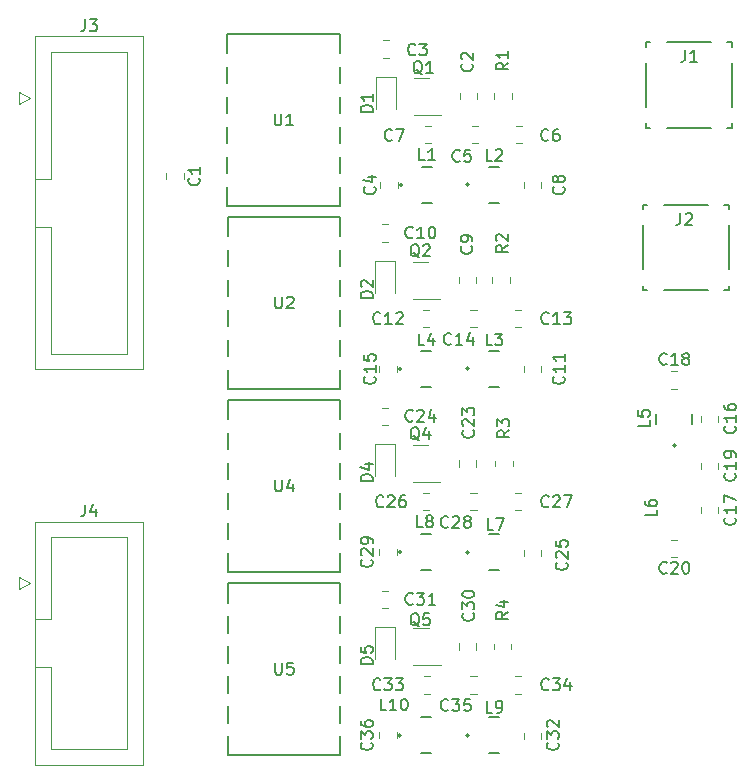
<source format=gbr>
%TF.GenerationSoftware,KiCad,Pcbnew,7.0.8*%
%TF.CreationDate,2024-01-03T10:18:07-08:00*%
%TF.ProjectId,QSE Filter,51534520-4669-46c7-9465-722e6b696361,rev?*%
%TF.SameCoordinates,Original*%
%TF.FileFunction,Legend,Top*%
%TF.FilePolarity,Positive*%
%FSLAX46Y46*%
G04 Gerber Fmt 4.6, Leading zero omitted, Abs format (unit mm)*
G04 Created by KiCad (PCBNEW 7.0.8) date 2024-01-03 10:18:07*
%MOMM*%
%LPD*%
G01*
G04 APERTURE LIST*
%ADD10C,0.150000*%
%ADD11C,0.120000*%
%ADD12C,0.152400*%
G04 APERTURE END LIST*
D10*
X120664819Y-98816666D02*
X120188628Y-99149999D01*
X120664819Y-99388094D02*
X119664819Y-99388094D01*
X119664819Y-99388094D02*
X119664819Y-99007142D01*
X119664819Y-99007142D02*
X119712438Y-98911904D01*
X119712438Y-98911904D02*
X119760057Y-98864285D01*
X119760057Y-98864285D02*
X119855295Y-98816666D01*
X119855295Y-98816666D02*
X119998152Y-98816666D01*
X119998152Y-98816666D02*
X120093390Y-98864285D01*
X120093390Y-98864285D02*
X120141009Y-98911904D01*
X120141009Y-98911904D02*
X120188628Y-99007142D01*
X120188628Y-99007142D02*
X120188628Y-99388094D01*
X119998152Y-97959523D02*
X120664819Y-97959523D01*
X119617200Y-98197618D02*
X120331485Y-98435713D01*
X120331485Y-98435713D02*
X120331485Y-97816666D01*
X120774819Y-83446666D02*
X120298628Y-83779999D01*
X120774819Y-84018094D02*
X119774819Y-84018094D01*
X119774819Y-84018094D02*
X119774819Y-83637142D01*
X119774819Y-83637142D02*
X119822438Y-83541904D01*
X119822438Y-83541904D02*
X119870057Y-83494285D01*
X119870057Y-83494285D02*
X119965295Y-83446666D01*
X119965295Y-83446666D02*
X120108152Y-83446666D01*
X120108152Y-83446666D02*
X120203390Y-83494285D01*
X120203390Y-83494285D02*
X120251009Y-83541904D01*
X120251009Y-83541904D02*
X120298628Y-83637142D01*
X120298628Y-83637142D02*
X120298628Y-84018094D01*
X119774819Y-83113332D02*
X119774819Y-82494285D01*
X119774819Y-82494285D02*
X120155771Y-82827618D01*
X120155771Y-82827618D02*
X120155771Y-82684761D01*
X120155771Y-82684761D02*
X120203390Y-82589523D01*
X120203390Y-82589523D02*
X120251009Y-82541904D01*
X120251009Y-82541904D02*
X120346247Y-82494285D01*
X120346247Y-82494285D02*
X120584342Y-82494285D01*
X120584342Y-82494285D02*
X120679580Y-82541904D01*
X120679580Y-82541904D02*
X120727200Y-82589523D01*
X120727200Y-82589523D02*
X120774819Y-82684761D01*
X120774819Y-82684761D02*
X120774819Y-82970475D01*
X120774819Y-82970475D02*
X120727200Y-83065713D01*
X120727200Y-83065713D02*
X120679580Y-83113332D01*
X120634819Y-67786666D02*
X120158628Y-68119999D01*
X120634819Y-68358094D02*
X119634819Y-68358094D01*
X119634819Y-68358094D02*
X119634819Y-67977142D01*
X119634819Y-67977142D02*
X119682438Y-67881904D01*
X119682438Y-67881904D02*
X119730057Y-67834285D01*
X119730057Y-67834285D02*
X119825295Y-67786666D01*
X119825295Y-67786666D02*
X119968152Y-67786666D01*
X119968152Y-67786666D02*
X120063390Y-67834285D01*
X120063390Y-67834285D02*
X120111009Y-67881904D01*
X120111009Y-67881904D02*
X120158628Y-67977142D01*
X120158628Y-67977142D02*
X120158628Y-68358094D01*
X119730057Y-67405713D02*
X119682438Y-67358094D01*
X119682438Y-67358094D02*
X119634819Y-67262856D01*
X119634819Y-67262856D02*
X119634819Y-67024761D01*
X119634819Y-67024761D02*
X119682438Y-66929523D01*
X119682438Y-66929523D02*
X119730057Y-66881904D01*
X119730057Y-66881904D02*
X119825295Y-66834285D01*
X119825295Y-66834285D02*
X119920533Y-66834285D01*
X119920533Y-66834285D02*
X120063390Y-66881904D01*
X120063390Y-66881904D02*
X120634819Y-67453332D01*
X120634819Y-67453332D02*
X120634819Y-66834285D01*
X120684819Y-52316666D02*
X120208628Y-52649999D01*
X120684819Y-52888094D02*
X119684819Y-52888094D01*
X119684819Y-52888094D02*
X119684819Y-52507142D01*
X119684819Y-52507142D02*
X119732438Y-52411904D01*
X119732438Y-52411904D02*
X119780057Y-52364285D01*
X119780057Y-52364285D02*
X119875295Y-52316666D01*
X119875295Y-52316666D02*
X120018152Y-52316666D01*
X120018152Y-52316666D02*
X120113390Y-52364285D01*
X120113390Y-52364285D02*
X120161009Y-52411904D01*
X120161009Y-52411904D02*
X120208628Y-52507142D01*
X120208628Y-52507142D02*
X120208628Y-52888094D01*
X120684819Y-51364285D02*
X120684819Y-51935713D01*
X120684819Y-51649999D02*
X119684819Y-51649999D01*
X119684819Y-51649999D02*
X119827676Y-51745237D01*
X119827676Y-51745237D02*
X119922914Y-51840475D01*
X119922914Y-51840475D02*
X119970533Y-51935713D01*
X109359580Y-78892857D02*
X109407200Y-78940476D01*
X109407200Y-78940476D02*
X109454819Y-79083333D01*
X109454819Y-79083333D02*
X109454819Y-79178571D01*
X109454819Y-79178571D02*
X109407200Y-79321428D01*
X109407200Y-79321428D02*
X109311961Y-79416666D01*
X109311961Y-79416666D02*
X109216723Y-79464285D01*
X109216723Y-79464285D02*
X109026247Y-79511904D01*
X109026247Y-79511904D02*
X108883390Y-79511904D01*
X108883390Y-79511904D02*
X108692914Y-79464285D01*
X108692914Y-79464285D02*
X108597676Y-79416666D01*
X108597676Y-79416666D02*
X108502438Y-79321428D01*
X108502438Y-79321428D02*
X108454819Y-79178571D01*
X108454819Y-79178571D02*
X108454819Y-79083333D01*
X108454819Y-79083333D02*
X108502438Y-78940476D01*
X108502438Y-78940476D02*
X108550057Y-78892857D01*
X109454819Y-77940476D02*
X109454819Y-78511904D01*
X109454819Y-78226190D02*
X108454819Y-78226190D01*
X108454819Y-78226190D02*
X108597676Y-78321428D01*
X108597676Y-78321428D02*
X108692914Y-78416666D01*
X108692914Y-78416666D02*
X108740533Y-78511904D01*
X108454819Y-77035714D02*
X108454819Y-77511904D01*
X108454819Y-77511904D02*
X108931009Y-77559523D01*
X108931009Y-77559523D02*
X108883390Y-77511904D01*
X108883390Y-77511904D02*
X108835771Y-77416666D01*
X108835771Y-77416666D02*
X108835771Y-77178571D01*
X108835771Y-77178571D02*
X108883390Y-77083333D01*
X108883390Y-77083333D02*
X108931009Y-77035714D01*
X108931009Y-77035714D02*
X109026247Y-76988095D01*
X109026247Y-76988095D02*
X109264342Y-76988095D01*
X109264342Y-76988095D02*
X109359580Y-77035714D01*
X109359580Y-77035714D02*
X109407200Y-77083333D01*
X109407200Y-77083333D02*
X109454819Y-77178571D01*
X109454819Y-77178571D02*
X109454819Y-77416666D01*
X109454819Y-77416666D02*
X109407200Y-77511904D01*
X109407200Y-77511904D02*
X109359580Y-77559523D01*
X133254819Y-90166666D02*
X133254819Y-90642856D01*
X133254819Y-90642856D02*
X132254819Y-90642856D01*
X132254819Y-89404761D02*
X132254819Y-89595237D01*
X132254819Y-89595237D02*
X132302438Y-89690475D01*
X132302438Y-89690475D02*
X132350057Y-89738094D01*
X132350057Y-89738094D02*
X132492914Y-89833332D01*
X132492914Y-89833332D02*
X132683390Y-89880951D01*
X132683390Y-89880951D02*
X133064342Y-89880951D01*
X133064342Y-89880951D02*
X133159580Y-89833332D01*
X133159580Y-89833332D02*
X133207200Y-89785713D01*
X133207200Y-89785713D02*
X133254819Y-89690475D01*
X133254819Y-89690475D02*
X133254819Y-89499999D01*
X133254819Y-89499999D02*
X133207200Y-89404761D01*
X133207200Y-89404761D02*
X133159580Y-89357142D01*
X133159580Y-89357142D02*
X133064342Y-89309523D01*
X133064342Y-89309523D02*
X132826247Y-89309523D01*
X132826247Y-89309523D02*
X132731009Y-89357142D01*
X132731009Y-89357142D02*
X132683390Y-89404761D01*
X132683390Y-89404761D02*
X132635771Y-89499999D01*
X132635771Y-89499999D02*
X132635771Y-89690475D01*
X132635771Y-89690475D02*
X132683390Y-89785713D01*
X132683390Y-89785713D02*
X132731009Y-89833332D01*
X132731009Y-89833332D02*
X132826247Y-89880951D01*
X110357142Y-107154819D02*
X109880952Y-107154819D01*
X109880952Y-107154819D02*
X109880952Y-106154819D01*
X111214285Y-107154819D02*
X110642857Y-107154819D01*
X110928571Y-107154819D02*
X110928571Y-106154819D01*
X110928571Y-106154819D02*
X110833333Y-106297676D01*
X110833333Y-106297676D02*
X110738095Y-106392914D01*
X110738095Y-106392914D02*
X110642857Y-106440533D01*
X111833333Y-106154819D02*
X111928571Y-106154819D01*
X111928571Y-106154819D02*
X112023809Y-106202438D01*
X112023809Y-106202438D02*
X112071428Y-106250057D01*
X112071428Y-106250057D02*
X112119047Y-106345295D01*
X112119047Y-106345295D02*
X112166666Y-106535771D01*
X112166666Y-106535771D02*
X112166666Y-106773866D01*
X112166666Y-106773866D02*
X112119047Y-106964342D01*
X112119047Y-106964342D02*
X112071428Y-107059580D01*
X112071428Y-107059580D02*
X112023809Y-107107200D01*
X112023809Y-107107200D02*
X111928571Y-107154819D01*
X111928571Y-107154819D02*
X111833333Y-107154819D01*
X111833333Y-107154819D02*
X111738095Y-107107200D01*
X111738095Y-107107200D02*
X111690476Y-107059580D01*
X111690476Y-107059580D02*
X111642857Y-106964342D01*
X111642857Y-106964342D02*
X111595238Y-106773866D01*
X111595238Y-106773866D02*
X111595238Y-106535771D01*
X111595238Y-106535771D02*
X111642857Y-106345295D01*
X111642857Y-106345295D02*
X111690476Y-106250057D01*
X111690476Y-106250057D02*
X111738095Y-106202438D01*
X111738095Y-106202438D02*
X111833333Y-106154819D01*
X115607142Y-91609580D02*
X115559523Y-91657200D01*
X115559523Y-91657200D02*
X115416666Y-91704819D01*
X115416666Y-91704819D02*
X115321428Y-91704819D01*
X115321428Y-91704819D02*
X115178571Y-91657200D01*
X115178571Y-91657200D02*
X115083333Y-91561961D01*
X115083333Y-91561961D02*
X115035714Y-91466723D01*
X115035714Y-91466723D02*
X114988095Y-91276247D01*
X114988095Y-91276247D02*
X114988095Y-91133390D01*
X114988095Y-91133390D02*
X115035714Y-90942914D01*
X115035714Y-90942914D02*
X115083333Y-90847676D01*
X115083333Y-90847676D02*
X115178571Y-90752438D01*
X115178571Y-90752438D02*
X115321428Y-90704819D01*
X115321428Y-90704819D02*
X115416666Y-90704819D01*
X115416666Y-90704819D02*
X115559523Y-90752438D01*
X115559523Y-90752438D02*
X115607142Y-90800057D01*
X115988095Y-90800057D02*
X116035714Y-90752438D01*
X116035714Y-90752438D02*
X116130952Y-90704819D01*
X116130952Y-90704819D02*
X116369047Y-90704819D01*
X116369047Y-90704819D02*
X116464285Y-90752438D01*
X116464285Y-90752438D02*
X116511904Y-90800057D01*
X116511904Y-90800057D02*
X116559523Y-90895295D01*
X116559523Y-90895295D02*
X116559523Y-90990533D01*
X116559523Y-90990533D02*
X116511904Y-91133390D01*
X116511904Y-91133390D02*
X115940476Y-91704819D01*
X115940476Y-91704819D02*
X116559523Y-91704819D01*
X117130952Y-91133390D02*
X117035714Y-91085771D01*
X117035714Y-91085771D02*
X116988095Y-91038152D01*
X116988095Y-91038152D02*
X116940476Y-90942914D01*
X116940476Y-90942914D02*
X116940476Y-90895295D01*
X116940476Y-90895295D02*
X116988095Y-90800057D01*
X116988095Y-90800057D02*
X117035714Y-90752438D01*
X117035714Y-90752438D02*
X117130952Y-90704819D01*
X117130952Y-90704819D02*
X117321428Y-90704819D01*
X117321428Y-90704819D02*
X117416666Y-90752438D01*
X117416666Y-90752438D02*
X117464285Y-90800057D01*
X117464285Y-90800057D02*
X117511904Y-90895295D01*
X117511904Y-90895295D02*
X117511904Y-90942914D01*
X117511904Y-90942914D02*
X117464285Y-91038152D01*
X117464285Y-91038152D02*
X117416666Y-91085771D01*
X117416666Y-91085771D02*
X117321428Y-91133390D01*
X117321428Y-91133390D02*
X117130952Y-91133390D01*
X117130952Y-91133390D02*
X117035714Y-91181009D01*
X117035714Y-91181009D02*
X116988095Y-91228628D01*
X116988095Y-91228628D02*
X116940476Y-91323866D01*
X116940476Y-91323866D02*
X116940476Y-91514342D01*
X116940476Y-91514342D02*
X116988095Y-91609580D01*
X116988095Y-91609580D02*
X117035714Y-91657200D01*
X117035714Y-91657200D02*
X117130952Y-91704819D01*
X117130952Y-91704819D02*
X117321428Y-91704819D01*
X117321428Y-91704819D02*
X117416666Y-91657200D01*
X117416666Y-91657200D02*
X117464285Y-91609580D01*
X117464285Y-91609580D02*
X117511904Y-91514342D01*
X117511904Y-91514342D02*
X117511904Y-91323866D01*
X117511904Y-91323866D02*
X117464285Y-91228628D01*
X117464285Y-91228628D02*
X117416666Y-91181009D01*
X117416666Y-91181009D02*
X117321428Y-91133390D01*
X109204819Y-103238094D02*
X108204819Y-103238094D01*
X108204819Y-103238094D02*
X108204819Y-102999999D01*
X108204819Y-102999999D02*
X108252438Y-102857142D01*
X108252438Y-102857142D02*
X108347676Y-102761904D01*
X108347676Y-102761904D02*
X108442914Y-102714285D01*
X108442914Y-102714285D02*
X108633390Y-102666666D01*
X108633390Y-102666666D02*
X108776247Y-102666666D01*
X108776247Y-102666666D02*
X108966723Y-102714285D01*
X108966723Y-102714285D02*
X109061961Y-102761904D01*
X109061961Y-102761904D02*
X109157200Y-102857142D01*
X109157200Y-102857142D02*
X109204819Y-102999999D01*
X109204819Y-102999999D02*
X109204819Y-103238094D01*
X108204819Y-101761904D02*
X108204819Y-102238094D01*
X108204819Y-102238094D02*
X108681009Y-102285713D01*
X108681009Y-102285713D02*
X108633390Y-102238094D01*
X108633390Y-102238094D02*
X108585771Y-102142856D01*
X108585771Y-102142856D02*
X108585771Y-101904761D01*
X108585771Y-101904761D02*
X108633390Y-101809523D01*
X108633390Y-101809523D02*
X108681009Y-101761904D01*
X108681009Y-101761904D02*
X108776247Y-101714285D01*
X108776247Y-101714285D02*
X109014342Y-101714285D01*
X109014342Y-101714285D02*
X109109580Y-101761904D01*
X109109580Y-101761904D02*
X109157200Y-101809523D01*
X109157200Y-101809523D02*
X109204819Y-101904761D01*
X109204819Y-101904761D02*
X109204819Y-102142856D01*
X109204819Y-102142856D02*
X109157200Y-102238094D01*
X109157200Y-102238094D02*
X109109580Y-102285713D01*
X124107142Y-105359580D02*
X124059523Y-105407200D01*
X124059523Y-105407200D02*
X123916666Y-105454819D01*
X123916666Y-105454819D02*
X123821428Y-105454819D01*
X123821428Y-105454819D02*
X123678571Y-105407200D01*
X123678571Y-105407200D02*
X123583333Y-105311961D01*
X123583333Y-105311961D02*
X123535714Y-105216723D01*
X123535714Y-105216723D02*
X123488095Y-105026247D01*
X123488095Y-105026247D02*
X123488095Y-104883390D01*
X123488095Y-104883390D02*
X123535714Y-104692914D01*
X123535714Y-104692914D02*
X123583333Y-104597676D01*
X123583333Y-104597676D02*
X123678571Y-104502438D01*
X123678571Y-104502438D02*
X123821428Y-104454819D01*
X123821428Y-104454819D02*
X123916666Y-104454819D01*
X123916666Y-104454819D02*
X124059523Y-104502438D01*
X124059523Y-104502438D02*
X124107142Y-104550057D01*
X124440476Y-104454819D02*
X125059523Y-104454819D01*
X125059523Y-104454819D02*
X124726190Y-104835771D01*
X124726190Y-104835771D02*
X124869047Y-104835771D01*
X124869047Y-104835771D02*
X124964285Y-104883390D01*
X124964285Y-104883390D02*
X125011904Y-104931009D01*
X125011904Y-104931009D02*
X125059523Y-105026247D01*
X125059523Y-105026247D02*
X125059523Y-105264342D01*
X125059523Y-105264342D02*
X125011904Y-105359580D01*
X125011904Y-105359580D02*
X124964285Y-105407200D01*
X124964285Y-105407200D02*
X124869047Y-105454819D01*
X124869047Y-105454819D02*
X124583333Y-105454819D01*
X124583333Y-105454819D02*
X124488095Y-105407200D01*
X124488095Y-105407200D02*
X124440476Y-105359580D01*
X125916666Y-104788152D02*
X125916666Y-105454819D01*
X125678571Y-104407200D02*
X125440476Y-105121485D01*
X125440476Y-105121485D02*
X126059523Y-105121485D01*
X109204819Y-72238094D02*
X108204819Y-72238094D01*
X108204819Y-72238094D02*
X108204819Y-71999999D01*
X108204819Y-71999999D02*
X108252438Y-71857142D01*
X108252438Y-71857142D02*
X108347676Y-71761904D01*
X108347676Y-71761904D02*
X108442914Y-71714285D01*
X108442914Y-71714285D02*
X108633390Y-71666666D01*
X108633390Y-71666666D02*
X108776247Y-71666666D01*
X108776247Y-71666666D02*
X108966723Y-71714285D01*
X108966723Y-71714285D02*
X109061961Y-71761904D01*
X109061961Y-71761904D02*
X109157200Y-71857142D01*
X109157200Y-71857142D02*
X109204819Y-71999999D01*
X109204819Y-71999999D02*
X109204819Y-72238094D01*
X108300057Y-71285713D02*
X108252438Y-71238094D01*
X108252438Y-71238094D02*
X108204819Y-71142856D01*
X108204819Y-71142856D02*
X108204819Y-70904761D01*
X108204819Y-70904761D02*
X108252438Y-70809523D01*
X108252438Y-70809523D02*
X108300057Y-70761904D01*
X108300057Y-70761904D02*
X108395295Y-70714285D01*
X108395295Y-70714285D02*
X108490533Y-70714285D01*
X108490533Y-70714285D02*
X108633390Y-70761904D01*
X108633390Y-70761904D02*
X109204819Y-71333332D01*
X109204819Y-71333332D02*
X109204819Y-70714285D01*
X119333333Y-107354819D02*
X118857143Y-107354819D01*
X118857143Y-107354819D02*
X118857143Y-106354819D01*
X119714286Y-107354819D02*
X119904762Y-107354819D01*
X119904762Y-107354819D02*
X120000000Y-107307200D01*
X120000000Y-107307200D02*
X120047619Y-107259580D01*
X120047619Y-107259580D02*
X120142857Y-107116723D01*
X120142857Y-107116723D02*
X120190476Y-106926247D01*
X120190476Y-106926247D02*
X120190476Y-106545295D01*
X120190476Y-106545295D02*
X120142857Y-106450057D01*
X120142857Y-106450057D02*
X120095238Y-106402438D01*
X120095238Y-106402438D02*
X120000000Y-106354819D01*
X120000000Y-106354819D02*
X119809524Y-106354819D01*
X119809524Y-106354819D02*
X119714286Y-106402438D01*
X119714286Y-106402438D02*
X119666667Y-106450057D01*
X119666667Y-106450057D02*
X119619048Y-106545295D01*
X119619048Y-106545295D02*
X119619048Y-106783390D01*
X119619048Y-106783390D02*
X119666667Y-106878628D01*
X119666667Y-106878628D02*
X119714286Y-106926247D01*
X119714286Y-106926247D02*
X119809524Y-106973866D01*
X119809524Y-106973866D02*
X120000000Y-106973866D01*
X120000000Y-106973866D02*
X120095238Y-106926247D01*
X120095238Y-106926247D02*
X120142857Y-106878628D01*
X120142857Y-106878628D02*
X120190476Y-106783390D01*
X110107142Y-89859580D02*
X110059523Y-89907200D01*
X110059523Y-89907200D02*
X109916666Y-89954819D01*
X109916666Y-89954819D02*
X109821428Y-89954819D01*
X109821428Y-89954819D02*
X109678571Y-89907200D01*
X109678571Y-89907200D02*
X109583333Y-89811961D01*
X109583333Y-89811961D02*
X109535714Y-89716723D01*
X109535714Y-89716723D02*
X109488095Y-89526247D01*
X109488095Y-89526247D02*
X109488095Y-89383390D01*
X109488095Y-89383390D02*
X109535714Y-89192914D01*
X109535714Y-89192914D02*
X109583333Y-89097676D01*
X109583333Y-89097676D02*
X109678571Y-89002438D01*
X109678571Y-89002438D02*
X109821428Y-88954819D01*
X109821428Y-88954819D02*
X109916666Y-88954819D01*
X109916666Y-88954819D02*
X110059523Y-89002438D01*
X110059523Y-89002438D02*
X110107142Y-89050057D01*
X110488095Y-89050057D02*
X110535714Y-89002438D01*
X110535714Y-89002438D02*
X110630952Y-88954819D01*
X110630952Y-88954819D02*
X110869047Y-88954819D01*
X110869047Y-88954819D02*
X110964285Y-89002438D01*
X110964285Y-89002438D02*
X111011904Y-89050057D01*
X111011904Y-89050057D02*
X111059523Y-89145295D01*
X111059523Y-89145295D02*
X111059523Y-89240533D01*
X111059523Y-89240533D02*
X111011904Y-89383390D01*
X111011904Y-89383390D02*
X110440476Y-89954819D01*
X110440476Y-89954819D02*
X111059523Y-89954819D01*
X111916666Y-88954819D02*
X111726190Y-88954819D01*
X111726190Y-88954819D02*
X111630952Y-89002438D01*
X111630952Y-89002438D02*
X111583333Y-89050057D01*
X111583333Y-89050057D02*
X111488095Y-89192914D01*
X111488095Y-89192914D02*
X111440476Y-89383390D01*
X111440476Y-89383390D02*
X111440476Y-89764342D01*
X111440476Y-89764342D02*
X111488095Y-89859580D01*
X111488095Y-89859580D02*
X111535714Y-89907200D01*
X111535714Y-89907200D02*
X111630952Y-89954819D01*
X111630952Y-89954819D02*
X111821428Y-89954819D01*
X111821428Y-89954819D02*
X111916666Y-89907200D01*
X111916666Y-89907200D02*
X111964285Y-89859580D01*
X111964285Y-89859580D02*
X112011904Y-89764342D01*
X112011904Y-89764342D02*
X112011904Y-89526247D01*
X112011904Y-89526247D02*
X111964285Y-89431009D01*
X111964285Y-89431009D02*
X111916666Y-89383390D01*
X111916666Y-89383390D02*
X111821428Y-89335771D01*
X111821428Y-89335771D02*
X111630952Y-89335771D01*
X111630952Y-89335771D02*
X111535714Y-89383390D01*
X111535714Y-89383390D02*
X111488095Y-89431009D01*
X111488095Y-89431009D02*
X111440476Y-89526247D01*
X116583333Y-60609580D02*
X116535714Y-60657200D01*
X116535714Y-60657200D02*
X116392857Y-60704819D01*
X116392857Y-60704819D02*
X116297619Y-60704819D01*
X116297619Y-60704819D02*
X116154762Y-60657200D01*
X116154762Y-60657200D02*
X116059524Y-60561961D01*
X116059524Y-60561961D02*
X116011905Y-60466723D01*
X116011905Y-60466723D02*
X115964286Y-60276247D01*
X115964286Y-60276247D02*
X115964286Y-60133390D01*
X115964286Y-60133390D02*
X116011905Y-59942914D01*
X116011905Y-59942914D02*
X116059524Y-59847676D01*
X116059524Y-59847676D02*
X116154762Y-59752438D01*
X116154762Y-59752438D02*
X116297619Y-59704819D01*
X116297619Y-59704819D02*
X116392857Y-59704819D01*
X116392857Y-59704819D02*
X116535714Y-59752438D01*
X116535714Y-59752438D02*
X116583333Y-59800057D01*
X117488095Y-59704819D02*
X117011905Y-59704819D01*
X117011905Y-59704819D02*
X116964286Y-60181009D01*
X116964286Y-60181009D02*
X117011905Y-60133390D01*
X117011905Y-60133390D02*
X117107143Y-60085771D01*
X117107143Y-60085771D02*
X117345238Y-60085771D01*
X117345238Y-60085771D02*
X117440476Y-60133390D01*
X117440476Y-60133390D02*
X117488095Y-60181009D01*
X117488095Y-60181009D02*
X117535714Y-60276247D01*
X117535714Y-60276247D02*
X117535714Y-60514342D01*
X117535714Y-60514342D02*
X117488095Y-60609580D01*
X117488095Y-60609580D02*
X117440476Y-60657200D01*
X117440476Y-60657200D02*
X117345238Y-60704819D01*
X117345238Y-60704819D02*
X117107143Y-60704819D01*
X117107143Y-60704819D02*
X117011905Y-60657200D01*
X117011905Y-60657200D02*
X116964286Y-60609580D01*
X135666666Y-51254819D02*
X135666666Y-51969104D01*
X135666666Y-51969104D02*
X135619047Y-52111961D01*
X135619047Y-52111961D02*
X135523809Y-52207200D01*
X135523809Y-52207200D02*
X135380952Y-52254819D01*
X135380952Y-52254819D02*
X135285714Y-52254819D01*
X136666666Y-52254819D02*
X136095238Y-52254819D01*
X136380952Y-52254819D02*
X136380952Y-51254819D01*
X136380952Y-51254819D02*
X136285714Y-51397676D01*
X136285714Y-51397676D02*
X136190476Y-51492914D01*
X136190476Y-51492914D02*
X136095238Y-51540533D01*
X115857142Y-76109580D02*
X115809523Y-76157200D01*
X115809523Y-76157200D02*
X115666666Y-76204819D01*
X115666666Y-76204819D02*
X115571428Y-76204819D01*
X115571428Y-76204819D02*
X115428571Y-76157200D01*
X115428571Y-76157200D02*
X115333333Y-76061961D01*
X115333333Y-76061961D02*
X115285714Y-75966723D01*
X115285714Y-75966723D02*
X115238095Y-75776247D01*
X115238095Y-75776247D02*
X115238095Y-75633390D01*
X115238095Y-75633390D02*
X115285714Y-75442914D01*
X115285714Y-75442914D02*
X115333333Y-75347676D01*
X115333333Y-75347676D02*
X115428571Y-75252438D01*
X115428571Y-75252438D02*
X115571428Y-75204819D01*
X115571428Y-75204819D02*
X115666666Y-75204819D01*
X115666666Y-75204819D02*
X115809523Y-75252438D01*
X115809523Y-75252438D02*
X115857142Y-75300057D01*
X116809523Y-76204819D02*
X116238095Y-76204819D01*
X116523809Y-76204819D02*
X116523809Y-75204819D01*
X116523809Y-75204819D02*
X116428571Y-75347676D01*
X116428571Y-75347676D02*
X116333333Y-75442914D01*
X116333333Y-75442914D02*
X116238095Y-75490533D01*
X117666666Y-75538152D02*
X117666666Y-76204819D01*
X117428571Y-75157200D02*
X117190476Y-75871485D01*
X117190476Y-75871485D02*
X117809523Y-75871485D01*
X139859580Y-87092857D02*
X139907200Y-87140476D01*
X139907200Y-87140476D02*
X139954819Y-87283333D01*
X139954819Y-87283333D02*
X139954819Y-87378571D01*
X139954819Y-87378571D02*
X139907200Y-87521428D01*
X139907200Y-87521428D02*
X139811961Y-87616666D01*
X139811961Y-87616666D02*
X139716723Y-87664285D01*
X139716723Y-87664285D02*
X139526247Y-87711904D01*
X139526247Y-87711904D02*
X139383390Y-87711904D01*
X139383390Y-87711904D02*
X139192914Y-87664285D01*
X139192914Y-87664285D02*
X139097676Y-87616666D01*
X139097676Y-87616666D02*
X139002438Y-87521428D01*
X139002438Y-87521428D02*
X138954819Y-87378571D01*
X138954819Y-87378571D02*
X138954819Y-87283333D01*
X138954819Y-87283333D02*
X139002438Y-87140476D01*
X139002438Y-87140476D02*
X139050057Y-87092857D01*
X139954819Y-86140476D02*
X139954819Y-86711904D01*
X139954819Y-86426190D02*
X138954819Y-86426190D01*
X138954819Y-86426190D02*
X139097676Y-86521428D01*
X139097676Y-86521428D02*
X139192914Y-86616666D01*
X139192914Y-86616666D02*
X139240533Y-86711904D01*
X139954819Y-85664285D02*
X139954819Y-85473809D01*
X139954819Y-85473809D02*
X139907200Y-85378571D01*
X139907200Y-85378571D02*
X139859580Y-85330952D01*
X139859580Y-85330952D02*
X139716723Y-85235714D01*
X139716723Y-85235714D02*
X139526247Y-85188095D01*
X139526247Y-85188095D02*
X139145295Y-85188095D01*
X139145295Y-85188095D02*
X139050057Y-85235714D01*
X139050057Y-85235714D02*
X139002438Y-85283333D01*
X139002438Y-85283333D02*
X138954819Y-85378571D01*
X138954819Y-85378571D02*
X138954819Y-85569047D01*
X138954819Y-85569047D02*
X139002438Y-85664285D01*
X139002438Y-85664285D02*
X139050057Y-85711904D01*
X139050057Y-85711904D02*
X139145295Y-85759523D01*
X139145295Y-85759523D02*
X139383390Y-85759523D01*
X139383390Y-85759523D02*
X139478628Y-85711904D01*
X139478628Y-85711904D02*
X139526247Y-85664285D01*
X139526247Y-85664285D02*
X139573866Y-85569047D01*
X139573866Y-85569047D02*
X139573866Y-85378571D01*
X139573866Y-85378571D02*
X139526247Y-85283333D01*
X139526247Y-85283333D02*
X139478628Y-85235714D01*
X139478628Y-85235714D02*
X139383390Y-85188095D01*
X112833333Y-51609580D02*
X112785714Y-51657200D01*
X112785714Y-51657200D02*
X112642857Y-51704819D01*
X112642857Y-51704819D02*
X112547619Y-51704819D01*
X112547619Y-51704819D02*
X112404762Y-51657200D01*
X112404762Y-51657200D02*
X112309524Y-51561961D01*
X112309524Y-51561961D02*
X112261905Y-51466723D01*
X112261905Y-51466723D02*
X112214286Y-51276247D01*
X112214286Y-51276247D02*
X112214286Y-51133390D01*
X112214286Y-51133390D02*
X112261905Y-50942914D01*
X112261905Y-50942914D02*
X112309524Y-50847676D01*
X112309524Y-50847676D02*
X112404762Y-50752438D01*
X112404762Y-50752438D02*
X112547619Y-50704819D01*
X112547619Y-50704819D02*
X112642857Y-50704819D01*
X112642857Y-50704819D02*
X112785714Y-50752438D01*
X112785714Y-50752438D02*
X112833333Y-50800057D01*
X113166667Y-50704819D02*
X113785714Y-50704819D01*
X113785714Y-50704819D02*
X113452381Y-51085771D01*
X113452381Y-51085771D02*
X113595238Y-51085771D01*
X113595238Y-51085771D02*
X113690476Y-51133390D01*
X113690476Y-51133390D02*
X113738095Y-51181009D01*
X113738095Y-51181009D02*
X113785714Y-51276247D01*
X113785714Y-51276247D02*
X113785714Y-51514342D01*
X113785714Y-51514342D02*
X113738095Y-51609580D01*
X113738095Y-51609580D02*
X113690476Y-51657200D01*
X113690476Y-51657200D02*
X113595238Y-51704819D01*
X113595238Y-51704819D02*
X113309524Y-51704819D01*
X113309524Y-51704819D02*
X113214286Y-51657200D01*
X113214286Y-51657200D02*
X113166667Y-51609580D01*
X117707580Y-98940857D02*
X117755200Y-98988476D01*
X117755200Y-98988476D02*
X117802819Y-99131333D01*
X117802819Y-99131333D02*
X117802819Y-99226571D01*
X117802819Y-99226571D02*
X117755200Y-99369428D01*
X117755200Y-99369428D02*
X117659961Y-99464666D01*
X117659961Y-99464666D02*
X117564723Y-99512285D01*
X117564723Y-99512285D02*
X117374247Y-99559904D01*
X117374247Y-99559904D02*
X117231390Y-99559904D01*
X117231390Y-99559904D02*
X117040914Y-99512285D01*
X117040914Y-99512285D02*
X116945676Y-99464666D01*
X116945676Y-99464666D02*
X116850438Y-99369428D01*
X116850438Y-99369428D02*
X116802819Y-99226571D01*
X116802819Y-99226571D02*
X116802819Y-99131333D01*
X116802819Y-99131333D02*
X116850438Y-98988476D01*
X116850438Y-98988476D02*
X116898057Y-98940857D01*
X116802819Y-98607523D02*
X116802819Y-97988476D01*
X116802819Y-97988476D02*
X117183771Y-98321809D01*
X117183771Y-98321809D02*
X117183771Y-98178952D01*
X117183771Y-98178952D02*
X117231390Y-98083714D01*
X117231390Y-98083714D02*
X117279009Y-98036095D01*
X117279009Y-98036095D02*
X117374247Y-97988476D01*
X117374247Y-97988476D02*
X117612342Y-97988476D01*
X117612342Y-97988476D02*
X117707580Y-98036095D01*
X117707580Y-98036095D02*
X117755200Y-98083714D01*
X117755200Y-98083714D02*
X117802819Y-98178952D01*
X117802819Y-98178952D02*
X117802819Y-98464666D01*
X117802819Y-98464666D02*
X117755200Y-98559904D01*
X117755200Y-98559904D02*
X117707580Y-98607523D01*
X116802819Y-97369428D02*
X116802819Y-97274190D01*
X116802819Y-97274190D02*
X116850438Y-97178952D01*
X116850438Y-97178952D02*
X116898057Y-97131333D01*
X116898057Y-97131333D02*
X116993295Y-97083714D01*
X116993295Y-97083714D02*
X117183771Y-97036095D01*
X117183771Y-97036095D02*
X117421866Y-97036095D01*
X117421866Y-97036095D02*
X117612342Y-97083714D01*
X117612342Y-97083714D02*
X117707580Y-97131333D01*
X117707580Y-97131333D02*
X117755200Y-97178952D01*
X117755200Y-97178952D02*
X117802819Y-97274190D01*
X117802819Y-97274190D02*
X117802819Y-97369428D01*
X117802819Y-97369428D02*
X117755200Y-97464666D01*
X117755200Y-97464666D02*
X117707580Y-97512285D01*
X117707580Y-97512285D02*
X117612342Y-97559904D01*
X117612342Y-97559904D02*
X117421866Y-97607523D01*
X117421866Y-97607523D02*
X117183771Y-97607523D01*
X117183771Y-97607523D02*
X116993295Y-97559904D01*
X116993295Y-97559904D02*
X116898057Y-97512285D01*
X116898057Y-97512285D02*
X116850438Y-97464666D01*
X116850438Y-97464666D02*
X116802819Y-97369428D01*
X119333333Y-60654819D02*
X118857143Y-60654819D01*
X118857143Y-60654819D02*
X118857143Y-59654819D01*
X119619048Y-59750057D02*
X119666667Y-59702438D01*
X119666667Y-59702438D02*
X119761905Y-59654819D01*
X119761905Y-59654819D02*
X120000000Y-59654819D01*
X120000000Y-59654819D02*
X120095238Y-59702438D01*
X120095238Y-59702438D02*
X120142857Y-59750057D01*
X120142857Y-59750057D02*
X120190476Y-59845295D01*
X120190476Y-59845295D02*
X120190476Y-59940533D01*
X120190476Y-59940533D02*
X120142857Y-60083390D01*
X120142857Y-60083390D02*
X119571429Y-60654819D01*
X119571429Y-60654819D02*
X120190476Y-60654819D01*
X117609580Y-52416666D02*
X117657200Y-52464285D01*
X117657200Y-52464285D02*
X117704819Y-52607142D01*
X117704819Y-52607142D02*
X117704819Y-52702380D01*
X117704819Y-52702380D02*
X117657200Y-52845237D01*
X117657200Y-52845237D02*
X117561961Y-52940475D01*
X117561961Y-52940475D02*
X117466723Y-52988094D01*
X117466723Y-52988094D02*
X117276247Y-53035713D01*
X117276247Y-53035713D02*
X117133390Y-53035713D01*
X117133390Y-53035713D02*
X116942914Y-52988094D01*
X116942914Y-52988094D02*
X116847676Y-52940475D01*
X116847676Y-52940475D02*
X116752438Y-52845237D01*
X116752438Y-52845237D02*
X116704819Y-52702380D01*
X116704819Y-52702380D02*
X116704819Y-52607142D01*
X116704819Y-52607142D02*
X116752438Y-52464285D01*
X116752438Y-52464285D02*
X116800057Y-52416666D01*
X116800057Y-52035713D02*
X116752438Y-51988094D01*
X116752438Y-51988094D02*
X116704819Y-51892856D01*
X116704819Y-51892856D02*
X116704819Y-51654761D01*
X116704819Y-51654761D02*
X116752438Y-51559523D01*
X116752438Y-51559523D02*
X116800057Y-51511904D01*
X116800057Y-51511904D02*
X116895295Y-51464285D01*
X116895295Y-51464285D02*
X116990533Y-51464285D01*
X116990533Y-51464285D02*
X117133390Y-51511904D01*
X117133390Y-51511904D02*
X117704819Y-52083332D01*
X117704819Y-52083332D02*
X117704819Y-51464285D01*
X109857142Y-105359580D02*
X109809523Y-105407200D01*
X109809523Y-105407200D02*
X109666666Y-105454819D01*
X109666666Y-105454819D02*
X109571428Y-105454819D01*
X109571428Y-105454819D02*
X109428571Y-105407200D01*
X109428571Y-105407200D02*
X109333333Y-105311961D01*
X109333333Y-105311961D02*
X109285714Y-105216723D01*
X109285714Y-105216723D02*
X109238095Y-105026247D01*
X109238095Y-105026247D02*
X109238095Y-104883390D01*
X109238095Y-104883390D02*
X109285714Y-104692914D01*
X109285714Y-104692914D02*
X109333333Y-104597676D01*
X109333333Y-104597676D02*
X109428571Y-104502438D01*
X109428571Y-104502438D02*
X109571428Y-104454819D01*
X109571428Y-104454819D02*
X109666666Y-104454819D01*
X109666666Y-104454819D02*
X109809523Y-104502438D01*
X109809523Y-104502438D02*
X109857142Y-104550057D01*
X110190476Y-104454819D02*
X110809523Y-104454819D01*
X110809523Y-104454819D02*
X110476190Y-104835771D01*
X110476190Y-104835771D02*
X110619047Y-104835771D01*
X110619047Y-104835771D02*
X110714285Y-104883390D01*
X110714285Y-104883390D02*
X110761904Y-104931009D01*
X110761904Y-104931009D02*
X110809523Y-105026247D01*
X110809523Y-105026247D02*
X110809523Y-105264342D01*
X110809523Y-105264342D02*
X110761904Y-105359580D01*
X110761904Y-105359580D02*
X110714285Y-105407200D01*
X110714285Y-105407200D02*
X110619047Y-105454819D01*
X110619047Y-105454819D02*
X110333333Y-105454819D01*
X110333333Y-105454819D02*
X110238095Y-105407200D01*
X110238095Y-105407200D02*
X110190476Y-105359580D01*
X111142857Y-104454819D02*
X111761904Y-104454819D01*
X111761904Y-104454819D02*
X111428571Y-104835771D01*
X111428571Y-104835771D02*
X111571428Y-104835771D01*
X111571428Y-104835771D02*
X111666666Y-104883390D01*
X111666666Y-104883390D02*
X111714285Y-104931009D01*
X111714285Y-104931009D02*
X111761904Y-105026247D01*
X111761904Y-105026247D02*
X111761904Y-105264342D01*
X111761904Y-105264342D02*
X111714285Y-105359580D01*
X111714285Y-105359580D02*
X111666666Y-105407200D01*
X111666666Y-105407200D02*
X111571428Y-105454819D01*
X111571428Y-105454819D02*
X111285714Y-105454819D01*
X111285714Y-105454819D02*
X111190476Y-105407200D01*
X111190476Y-105407200D02*
X111142857Y-105359580D01*
X112607142Y-98109580D02*
X112559523Y-98157200D01*
X112559523Y-98157200D02*
X112416666Y-98204819D01*
X112416666Y-98204819D02*
X112321428Y-98204819D01*
X112321428Y-98204819D02*
X112178571Y-98157200D01*
X112178571Y-98157200D02*
X112083333Y-98061961D01*
X112083333Y-98061961D02*
X112035714Y-97966723D01*
X112035714Y-97966723D02*
X111988095Y-97776247D01*
X111988095Y-97776247D02*
X111988095Y-97633390D01*
X111988095Y-97633390D02*
X112035714Y-97442914D01*
X112035714Y-97442914D02*
X112083333Y-97347676D01*
X112083333Y-97347676D02*
X112178571Y-97252438D01*
X112178571Y-97252438D02*
X112321428Y-97204819D01*
X112321428Y-97204819D02*
X112416666Y-97204819D01*
X112416666Y-97204819D02*
X112559523Y-97252438D01*
X112559523Y-97252438D02*
X112607142Y-97300057D01*
X112940476Y-97204819D02*
X113559523Y-97204819D01*
X113559523Y-97204819D02*
X113226190Y-97585771D01*
X113226190Y-97585771D02*
X113369047Y-97585771D01*
X113369047Y-97585771D02*
X113464285Y-97633390D01*
X113464285Y-97633390D02*
X113511904Y-97681009D01*
X113511904Y-97681009D02*
X113559523Y-97776247D01*
X113559523Y-97776247D02*
X113559523Y-98014342D01*
X113559523Y-98014342D02*
X113511904Y-98109580D01*
X113511904Y-98109580D02*
X113464285Y-98157200D01*
X113464285Y-98157200D02*
X113369047Y-98204819D01*
X113369047Y-98204819D02*
X113083333Y-98204819D01*
X113083333Y-98204819D02*
X112988095Y-98157200D01*
X112988095Y-98157200D02*
X112940476Y-98109580D01*
X114511904Y-98204819D02*
X113940476Y-98204819D01*
X114226190Y-98204819D02*
X114226190Y-97204819D01*
X114226190Y-97204819D02*
X114130952Y-97347676D01*
X114130952Y-97347676D02*
X114035714Y-97442914D01*
X114035714Y-97442914D02*
X113940476Y-97490533D01*
X113154761Y-100050057D02*
X113059523Y-100002438D01*
X113059523Y-100002438D02*
X112964285Y-99907200D01*
X112964285Y-99907200D02*
X112821428Y-99764342D01*
X112821428Y-99764342D02*
X112726190Y-99716723D01*
X112726190Y-99716723D02*
X112630952Y-99716723D01*
X112678571Y-99954819D02*
X112583333Y-99907200D01*
X112583333Y-99907200D02*
X112488095Y-99811961D01*
X112488095Y-99811961D02*
X112440476Y-99621485D01*
X112440476Y-99621485D02*
X112440476Y-99288152D01*
X112440476Y-99288152D02*
X112488095Y-99097676D01*
X112488095Y-99097676D02*
X112583333Y-99002438D01*
X112583333Y-99002438D02*
X112678571Y-98954819D01*
X112678571Y-98954819D02*
X112869047Y-98954819D01*
X112869047Y-98954819D02*
X112964285Y-99002438D01*
X112964285Y-99002438D02*
X113059523Y-99097676D01*
X113059523Y-99097676D02*
X113107142Y-99288152D01*
X113107142Y-99288152D02*
X113107142Y-99621485D01*
X113107142Y-99621485D02*
X113059523Y-99811961D01*
X113059523Y-99811961D02*
X112964285Y-99907200D01*
X112964285Y-99907200D02*
X112869047Y-99954819D01*
X112869047Y-99954819D02*
X112678571Y-99954819D01*
X114011904Y-98954819D02*
X113535714Y-98954819D01*
X113535714Y-98954819D02*
X113488095Y-99431009D01*
X113488095Y-99431009D02*
X113535714Y-99383390D01*
X113535714Y-99383390D02*
X113630952Y-99335771D01*
X113630952Y-99335771D02*
X113869047Y-99335771D01*
X113869047Y-99335771D02*
X113964285Y-99383390D01*
X113964285Y-99383390D02*
X114011904Y-99431009D01*
X114011904Y-99431009D02*
X114059523Y-99526247D01*
X114059523Y-99526247D02*
X114059523Y-99764342D01*
X114059523Y-99764342D02*
X114011904Y-99859580D01*
X114011904Y-99859580D02*
X113964285Y-99907200D01*
X113964285Y-99907200D02*
X113869047Y-99954819D01*
X113869047Y-99954819D02*
X113630952Y-99954819D01*
X113630952Y-99954819D02*
X113535714Y-99907200D01*
X113535714Y-99907200D02*
X113488095Y-99859580D01*
X113433333Y-91654819D02*
X112957143Y-91654819D01*
X112957143Y-91654819D02*
X112957143Y-90654819D01*
X113909524Y-91083390D02*
X113814286Y-91035771D01*
X113814286Y-91035771D02*
X113766667Y-90988152D01*
X113766667Y-90988152D02*
X113719048Y-90892914D01*
X113719048Y-90892914D02*
X113719048Y-90845295D01*
X113719048Y-90845295D02*
X113766667Y-90750057D01*
X113766667Y-90750057D02*
X113814286Y-90702438D01*
X113814286Y-90702438D02*
X113909524Y-90654819D01*
X113909524Y-90654819D02*
X114100000Y-90654819D01*
X114100000Y-90654819D02*
X114195238Y-90702438D01*
X114195238Y-90702438D02*
X114242857Y-90750057D01*
X114242857Y-90750057D02*
X114290476Y-90845295D01*
X114290476Y-90845295D02*
X114290476Y-90892914D01*
X114290476Y-90892914D02*
X114242857Y-90988152D01*
X114242857Y-90988152D02*
X114195238Y-91035771D01*
X114195238Y-91035771D02*
X114100000Y-91083390D01*
X114100000Y-91083390D02*
X113909524Y-91083390D01*
X113909524Y-91083390D02*
X113814286Y-91131009D01*
X113814286Y-91131009D02*
X113766667Y-91178628D01*
X113766667Y-91178628D02*
X113719048Y-91273866D01*
X113719048Y-91273866D02*
X113719048Y-91464342D01*
X113719048Y-91464342D02*
X113766667Y-91559580D01*
X113766667Y-91559580D02*
X113814286Y-91607200D01*
X113814286Y-91607200D02*
X113909524Y-91654819D01*
X113909524Y-91654819D02*
X114100000Y-91654819D01*
X114100000Y-91654819D02*
X114195238Y-91607200D01*
X114195238Y-91607200D02*
X114242857Y-91559580D01*
X114242857Y-91559580D02*
X114290476Y-91464342D01*
X114290476Y-91464342D02*
X114290476Y-91273866D01*
X114290476Y-91273866D02*
X114242857Y-91178628D01*
X114242857Y-91178628D02*
X114195238Y-91131009D01*
X114195238Y-91131009D02*
X114100000Y-91083390D01*
X113154761Y-84300057D02*
X113059523Y-84252438D01*
X113059523Y-84252438D02*
X112964285Y-84157200D01*
X112964285Y-84157200D02*
X112821428Y-84014342D01*
X112821428Y-84014342D02*
X112726190Y-83966723D01*
X112726190Y-83966723D02*
X112630952Y-83966723D01*
X112678571Y-84204819D02*
X112583333Y-84157200D01*
X112583333Y-84157200D02*
X112488095Y-84061961D01*
X112488095Y-84061961D02*
X112440476Y-83871485D01*
X112440476Y-83871485D02*
X112440476Y-83538152D01*
X112440476Y-83538152D02*
X112488095Y-83347676D01*
X112488095Y-83347676D02*
X112583333Y-83252438D01*
X112583333Y-83252438D02*
X112678571Y-83204819D01*
X112678571Y-83204819D02*
X112869047Y-83204819D01*
X112869047Y-83204819D02*
X112964285Y-83252438D01*
X112964285Y-83252438D02*
X113059523Y-83347676D01*
X113059523Y-83347676D02*
X113107142Y-83538152D01*
X113107142Y-83538152D02*
X113107142Y-83871485D01*
X113107142Y-83871485D02*
X113059523Y-84061961D01*
X113059523Y-84061961D02*
X112964285Y-84157200D01*
X112964285Y-84157200D02*
X112869047Y-84204819D01*
X112869047Y-84204819D02*
X112678571Y-84204819D01*
X113964285Y-83538152D02*
X113964285Y-84204819D01*
X113726190Y-83157200D02*
X113488095Y-83871485D01*
X113488095Y-83871485D02*
X114107142Y-83871485D01*
X113633333Y-60554819D02*
X113157143Y-60554819D01*
X113157143Y-60554819D02*
X113157143Y-59554819D01*
X114490476Y-60554819D02*
X113919048Y-60554819D01*
X114204762Y-60554819D02*
X114204762Y-59554819D01*
X114204762Y-59554819D02*
X114109524Y-59697676D01*
X114109524Y-59697676D02*
X114014286Y-59792914D01*
X114014286Y-59792914D02*
X113919048Y-59840533D01*
X113154761Y-68800057D02*
X113059523Y-68752438D01*
X113059523Y-68752438D02*
X112964285Y-68657200D01*
X112964285Y-68657200D02*
X112821428Y-68514342D01*
X112821428Y-68514342D02*
X112726190Y-68466723D01*
X112726190Y-68466723D02*
X112630952Y-68466723D01*
X112678571Y-68704819D02*
X112583333Y-68657200D01*
X112583333Y-68657200D02*
X112488095Y-68561961D01*
X112488095Y-68561961D02*
X112440476Y-68371485D01*
X112440476Y-68371485D02*
X112440476Y-68038152D01*
X112440476Y-68038152D02*
X112488095Y-67847676D01*
X112488095Y-67847676D02*
X112583333Y-67752438D01*
X112583333Y-67752438D02*
X112678571Y-67704819D01*
X112678571Y-67704819D02*
X112869047Y-67704819D01*
X112869047Y-67704819D02*
X112964285Y-67752438D01*
X112964285Y-67752438D02*
X113059523Y-67847676D01*
X113059523Y-67847676D02*
X113107142Y-68038152D01*
X113107142Y-68038152D02*
X113107142Y-68371485D01*
X113107142Y-68371485D02*
X113059523Y-68561961D01*
X113059523Y-68561961D02*
X112964285Y-68657200D01*
X112964285Y-68657200D02*
X112869047Y-68704819D01*
X112869047Y-68704819D02*
X112678571Y-68704819D01*
X113488095Y-67800057D02*
X113535714Y-67752438D01*
X113535714Y-67752438D02*
X113630952Y-67704819D01*
X113630952Y-67704819D02*
X113869047Y-67704819D01*
X113869047Y-67704819D02*
X113964285Y-67752438D01*
X113964285Y-67752438D02*
X114011904Y-67800057D01*
X114011904Y-67800057D02*
X114059523Y-67895295D01*
X114059523Y-67895295D02*
X114059523Y-67990533D01*
X114059523Y-67990533D02*
X114011904Y-68133390D01*
X114011904Y-68133390D02*
X113440476Y-68704819D01*
X113440476Y-68704819D02*
X114059523Y-68704819D01*
X109857142Y-74359580D02*
X109809523Y-74407200D01*
X109809523Y-74407200D02*
X109666666Y-74454819D01*
X109666666Y-74454819D02*
X109571428Y-74454819D01*
X109571428Y-74454819D02*
X109428571Y-74407200D01*
X109428571Y-74407200D02*
X109333333Y-74311961D01*
X109333333Y-74311961D02*
X109285714Y-74216723D01*
X109285714Y-74216723D02*
X109238095Y-74026247D01*
X109238095Y-74026247D02*
X109238095Y-73883390D01*
X109238095Y-73883390D02*
X109285714Y-73692914D01*
X109285714Y-73692914D02*
X109333333Y-73597676D01*
X109333333Y-73597676D02*
X109428571Y-73502438D01*
X109428571Y-73502438D02*
X109571428Y-73454819D01*
X109571428Y-73454819D02*
X109666666Y-73454819D01*
X109666666Y-73454819D02*
X109809523Y-73502438D01*
X109809523Y-73502438D02*
X109857142Y-73550057D01*
X110809523Y-74454819D02*
X110238095Y-74454819D01*
X110523809Y-74454819D02*
X110523809Y-73454819D01*
X110523809Y-73454819D02*
X110428571Y-73597676D01*
X110428571Y-73597676D02*
X110333333Y-73692914D01*
X110333333Y-73692914D02*
X110238095Y-73740533D01*
X111190476Y-73550057D02*
X111238095Y-73502438D01*
X111238095Y-73502438D02*
X111333333Y-73454819D01*
X111333333Y-73454819D02*
X111571428Y-73454819D01*
X111571428Y-73454819D02*
X111666666Y-73502438D01*
X111666666Y-73502438D02*
X111714285Y-73550057D01*
X111714285Y-73550057D02*
X111761904Y-73645295D01*
X111761904Y-73645295D02*
X111761904Y-73740533D01*
X111761904Y-73740533D02*
X111714285Y-73883390D01*
X111714285Y-73883390D02*
X111142857Y-74454819D01*
X111142857Y-74454819D02*
X111761904Y-74454819D01*
X109204819Y-56488094D02*
X108204819Y-56488094D01*
X108204819Y-56488094D02*
X108204819Y-56249999D01*
X108204819Y-56249999D02*
X108252438Y-56107142D01*
X108252438Y-56107142D02*
X108347676Y-56011904D01*
X108347676Y-56011904D02*
X108442914Y-55964285D01*
X108442914Y-55964285D02*
X108633390Y-55916666D01*
X108633390Y-55916666D02*
X108776247Y-55916666D01*
X108776247Y-55916666D02*
X108966723Y-55964285D01*
X108966723Y-55964285D02*
X109061961Y-56011904D01*
X109061961Y-56011904D02*
X109157200Y-56107142D01*
X109157200Y-56107142D02*
X109204819Y-56249999D01*
X109204819Y-56249999D02*
X109204819Y-56488094D01*
X109204819Y-54964285D02*
X109204819Y-55535713D01*
X109204819Y-55249999D02*
X108204819Y-55249999D01*
X108204819Y-55249999D02*
X108347676Y-55345237D01*
X108347676Y-55345237D02*
X108442914Y-55440475D01*
X108442914Y-55440475D02*
X108490533Y-55535713D01*
X117707580Y-83446857D02*
X117755200Y-83494476D01*
X117755200Y-83494476D02*
X117802819Y-83637333D01*
X117802819Y-83637333D02*
X117802819Y-83732571D01*
X117802819Y-83732571D02*
X117755200Y-83875428D01*
X117755200Y-83875428D02*
X117659961Y-83970666D01*
X117659961Y-83970666D02*
X117564723Y-84018285D01*
X117564723Y-84018285D02*
X117374247Y-84065904D01*
X117374247Y-84065904D02*
X117231390Y-84065904D01*
X117231390Y-84065904D02*
X117040914Y-84018285D01*
X117040914Y-84018285D02*
X116945676Y-83970666D01*
X116945676Y-83970666D02*
X116850438Y-83875428D01*
X116850438Y-83875428D02*
X116802819Y-83732571D01*
X116802819Y-83732571D02*
X116802819Y-83637333D01*
X116802819Y-83637333D02*
X116850438Y-83494476D01*
X116850438Y-83494476D02*
X116898057Y-83446857D01*
X116898057Y-83065904D02*
X116850438Y-83018285D01*
X116850438Y-83018285D02*
X116802819Y-82923047D01*
X116802819Y-82923047D02*
X116802819Y-82684952D01*
X116802819Y-82684952D02*
X116850438Y-82589714D01*
X116850438Y-82589714D02*
X116898057Y-82542095D01*
X116898057Y-82542095D02*
X116993295Y-82494476D01*
X116993295Y-82494476D02*
X117088533Y-82494476D01*
X117088533Y-82494476D02*
X117231390Y-82542095D01*
X117231390Y-82542095D02*
X117802819Y-83113523D01*
X117802819Y-83113523D02*
X117802819Y-82494476D01*
X116802819Y-82161142D02*
X116802819Y-81542095D01*
X116802819Y-81542095D02*
X117183771Y-81875428D01*
X117183771Y-81875428D02*
X117183771Y-81732571D01*
X117183771Y-81732571D02*
X117231390Y-81637333D01*
X117231390Y-81637333D02*
X117279009Y-81589714D01*
X117279009Y-81589714D02*
X117374247Y-81542095D01*
X117374247Y-81542095D02*
X117612342Y-81542095D01*
X117612342Y-81542095D02*
X117707580Y-81589714D01*
X117707580Y-81589714D02*
X117755200Y-81637333D01*
X117755200Y-81637333D02*
X117802819Y-81732571D01*
X117802819Y-81732571D02*
X117802819Y-82018285D01*
X117802819Y-82018285D02*
X117755200Y-82113523D01*
X117755200Y-82113523D02*
X117707580Y-82161142D01*
X117559580Y-67866666D02*
X117607200Y-67914285D01*
X117607200Y-67914285D02*
X117654819Y-68057142D01*
X117654819Y-68057142D02*
X117654819Y-68152380D01*
X117654819Y-68152380D02*
X117607200Y-68295237D01*
X117607200Y-68295237D02*
X117511961Y-68390475D01*
X117511961Y-68390475D02*
X117416723Y-68438094D01*
X117416723Y-68438094D02*
X117226247Y-68485713D01*
X117226247Y-68485713D02*
X117083390Y-68485713D01*
X117083390Y-68485713D02*
X116892914Y-68438094D01*
X116892914Y-68438094D02*
X116797676Y-68390475D01*
X116797676Y-68390475D02*
X116702438Y-68295237D01*
X116702438Y-68295237D02*
X116654819Y-68152380D01*
X116654819Y-68152380D02*
X116654819Y-68057142D01*
X116654819Y-68057142D02*
X116702438Y-67914285D01*
X116702438Y-67914285D02*
X116750057Y-67866666D01*
X117654819Y-67390475D02*
X117654819Y-67199999D01*
X117654819Y-67199999D02*
X117607200Y-67104761D01*
X117607200Y-67104761D02*
X117559580Y-67057142D01*
X117559580Y-67057142D02*
X117416723Y-66961904D01*
X117416723Y-66961904D02*
X117226247Y-66914285D01*
X117226247Y-66914285D02*
X116845295Y-66914285D01*
X116845295Y-66914285D02*
X116750057Y-66961904D01*
X116750057Y-66961904D02*
X116702438Y-67009523D01*
X116702438Y-67009523D02*
X116654819Y-67104761D01*
X116654819Y-67104761D02*
X116654819Y-67295237D01*
X116654819Y-67295237D02*
X116702438Y-67390475D01*
X116702438Y-67390475D02*
X116750057Y-67438094D01*
X116750057Y-67438094D02*
X116845295Y-67485713D01*
X116845295Y-67485713D02*
X117083390Y-67485713D01*
X117083390Y-67485713D02*
X117178628Y-67438094D01*
X117178628Y-67438094D02*
X117226247Y-67390475D01*
X117226247Y-67390475D02*
X117273866Y-67295237D01*
X117273866Y-67295237D02*
X117273866Y-67104761D01*
X117273866Y-67104761D02*
X117226247Y-67009523D01*
X117226247Y-67009523D02*
X117178628Y-66961904D01*
X117178628Y-66961904D02*
X117083390Y-66914285D01*
X115607142Y-107109580D02*
X115559523Y-107157200D01*
X115559523Y-107157200D02*
X115416666Y-107204819D01*
X115416666Y-107204819D02*
X115321428Y-107204819D01*
X115321428Y-107204819D02*
X115178571Y-107157200D01*
X115178571Y-107157200D02*
X115083333Y-107061961D01*
X115083333Y-107061961D02*
X115035714Y-106966723D01*
X115035714Y-106966723D02*
X114988095Y-106776247D01*
X114988095Y-106776247D02*
X114988095Y-106633390D01*
X114988095Y-106633390D02*
X115035714Y-106442914D01*
X115035714Y-106442914D02*
X115083333Y-106347676D01*
X115083333Y-106347676D02*
X115178571Y-106252438D01*
X115178571Y-106252438D02*
X115321428Y-106204819D01*
X115321428Y-106204819D02*
X115416666Y-106204819D01*
X115416666Y-106204819D02*
X115559523Y-106252438D01*
X115559523Y-106252438D02*
X115607142Y-106300057D01*
X115940476Y-106204819D02*
X116559523Y-106204819D01*
X116559523Y-106204819D02*
X116226190Y-106585771D01*
X116226190Y-106585771D02*
X116369047Y-106585771D01*
X116369047Y-106585771D02*
X116464285Y-106633390D01*
X116464285Y-106633390D02*
X116511904Y-106681009D01*
X116511904Y-106681009D02*
X116559523Y-106776247D01*
X116559523Y-106776247D02*
X116559523Y-107014342D01*
X116559523Y-107014342D02*
X116511904Y-107109580D01*
X116511904Y-107109580D02*
X116464285Y-107157200D01*
X116464285Y-107157200D02*
X116369047Y-107204819D01*
X116369047Y-107204819D02*
X116083333Y-107204819D01*
X116083333Y-107204819D02*
X115988095Y-107157200D01*
X115988095Y-107157200D02*
X115940476Y-107109580D01*
X117464285Y-106204819D02*
X116988095Y-106204819D01*
X116988095Y-106204819D02*
X116940476Y-106681009D01*
X116940476Y-106681009D02*
X116988095Y-106633390D01*
X116988095Y-106633390D02*
X117083333Y-106585771D01*
X117083333Y-106585771D02*
X117321428Y-106585771D01*
X117321428Y-106585771D02*
X117416666Y-106633390D01*
X117416666Y-106633390D02*
X117464285Y-106681009D01*
X117464285Y-106681009D02*
X117511904Y-106776247D01*
X117511904Y-106776247D02*
X117511904Y-107014342D01*
X117511904Y-107014342D02*
X117464285Y-107109580D01*
X117464285Y-107109580D02*
X117416666Y-107157200D01*
X117416666Y-107157200D02*
X117321428Y-107204819D01*
X117321428Y-107204819D02*
X117083333Y-107204819D01*
X117083333Y-107204819D02*
X116988095Y-107157200D01*
X116988095Y-107157200D02*
X116940476Y-107109580D01*
X84854766Y-89734819D02*
X84854766Y-90449104D01*
X84854766Y-90449104D02*
X84807147Y-90591961D01*
X84807147Y-90591961D02*
X84711909Y-90687200D01*
X84711909Y-90687200D02*
X84569052Y-90734819D01*
X84569052Y-90734819D02*
X84473814Y-90734819D01*
X85759528Y-90068152D02*
X85759528Y-90734819D01*
X85521433Y-89687200D02*
X85283338Y-90401485D01*
X85283338Y-90401485D02*
X85902385Y-90401485D01*
X109204819Y-87738094D02*
X108204819Y-87738094D01*
X108204819Y-87738094D02*
X108204819Y-87499999D01*
X108204819Y-87499999D02*
X108252438Y-87357142D01*
X108252438Y-87357142D02*
X108347676Y-87261904D01*
X108347676Y-87261904D02*
X108442914Y-87214285D01*
X108442914Y-87214285D02*
X108633390Y-87166666D01*
X108633390Y-87166666D02*
X108776247Y-87166666D01*
X108776247Y-87166666D02*
X108966723Y-87214285D01*
X108966723Y-87214285D02*
X109061961Y-87261904D01*
X109061961Y-87261904D02*
X109157200Y-87357142D01*
X109157200Y-87357142D02*
X109204819Y-87499999D01*
X109204819Y-87499999D02*
X109204819Y-87738094D01*
X108538152Y-86309523D02*
X109204819Y-86309523D01*
X108157200Y-86547618D02*
X108871485Y-86785713D01*
X108871485Y-86785713D02*
X108871485Y-86166666D01*
X125359580Y-78892857D02*
X125407200Y-78940476D01*
X125407200Y-78940476D02*
X125454819Y-79083333D01*
X125454819Y-79083333D02*
X125454819Y-79178571D01*
X125454819Y-79178571D02*
X125407200Y-79321428D01*
X125407200Y-79321428D02*
X125311961Y-79416666D01*
X125311961Y-79416666D02*
X125216723Y-79464285D01*
X125216723Y-79464285D02*
X125026247Y-79511904D01*
X125026247Y-79511904D02*
X124883390Y-79511904D01*
X124883390Y-79511904D02*
X124692914Y-79464285D01*
X124692914Y-79464285D02*
X124597676Y-79416666D01*
X124597676Y-79416666D02*
X124502438Y-79321428D01*
X124502438Y-79321428D02*
X124454819Y-79178571D01*
X124454819Y-79178571D02*
X124454819Y-79083333D01*
X124454819Y-79083333D02*
X124502438Y-78940476D01*
X124502438Y-78940476D02*
X124550057Y-78892857D01*
X125454819Y-77940476D02*
X125454819Y-78511904D01*
X125454819Y-78226190D02*
X124454819Y-78226190D01*
X124454819Y-78226190D02*
X124597676Y-78321428D01*
X124597676Y-78321428D02*
X124692914Y-78416666D01*
X124692914Y-78416666D02*
X124740533Y-78511904D01*
X125454819Y-76988095D02*
X125454819Y-77559523D01*
X125454819Y-77273809D02*
X124454819Y-77273809D01*
X124454819Y-77273809D02*
X124597676Y-77369047D01*
X124597676Y-77369047D02*
X124692914Y-77464285D01*
X124692914Y-77464285D02*
X124740533Y-77559523D01*
X100946195Y-87624819D02*
X100946195Y-88434342D01*
X100946195Y-88434342D02*
X100993814Y-88529580D01*
X100993814Y-88529580D02*
X101041433Y-88577200D01*
X101041433Y-88577200D02*
X101136671Y-88624819D01*
X101136671Y-88624819D02*
X101327147Y-88624819D01*
X101327147Y-88624819D02*
X101422385Y-88577200D01*
X101422385Y-88577200D02*
X101470004Y-88529580D01*
X101470004Y-88529580D02*
X101517623Y-88434342D01*
X101517623Y-88434342D02*
X101517623Y-87624819D01*
X102422385Y-87958152D02*
X102422385Y-88624819D01*
X102184290Y-87577200D02*
X101946195Y-88291485D01*
X101946195Y-88291485D02*
X102565242Y-88291485D01*
X124107142Y-89859580D02*
X124059523Y-89907200D01*
X124059523Y-89907200D02*
X123916666Y-89954819D01*
X123916666Y-89954819D02*
X123821428Y-89954819D01*
X123821428Y-89954819D02*
X123678571Y-89907200D01*
X123678571Y-89907200D02*
X123583333Y-89811961D01*
X123583333Y-89811961D02*
X123535714Y-89716723D01*
X123535714Y-89716723D02*
X123488095Y-89526247D01*
X123488095Y-89526247D02*
X123488095Y-89383390D01*
X123488095Y-89383390D02*
X123535714Y-89192914D01*
X123535714Y-89192914D02*
X123583333Y-89097676D01*
X123583333Y-89097676D02*
X123678571Y-89002438D01*
X123678571Y-89002438D02*
X123821428Y-88954819D01*
X123821428Y-88954819D02*
X123916666Y-88954819D01*
X123916666Y-88954819D02*
X124059523Y-89002438D01*
X124059523Y-89002438D02*
X124107142Y-89050057D01*
X124488095Y-89050057D02*
X124535714Y-89002438D01*
X124535714Y-89002438D02*
X124630952Y-88954819D01*
X124630952Y-88954819D02*
X124869047Y-88954819D01*
X124869047Y-88954819D02*
X124964285Y-89002438D01*
X124964285Y-89002438D02*
X125011904Y-89050057D01*
X125011904Y-89050057D02*
X125059523Y-89145295D01*
X125059523Y-89145295D02*
X125059523Y-89240533D01*
X125059523Y-89240533D02*
X125011904Y-89383390D01*
X125011904Y-89383390D02*
X124440476Y-89954819D01*
X124440476Y-89954819D02*
X125059523Y-89954819D01*
X125392857Y-88954819D02*
X126059523Y-88954819D01*
X126059523Y-88954819D02*
X125630952Y-89954819D01*
X134107142Y-77809580D02*
X134059523Y-77857200D01*
X134059523Y-77857200D02*
X133916666Y-77904819D01*
X133916666Y-77904819D02*
X133821428Y-77904819D01*
X133821428Y-77904819D02*
X133678571Y-77857200D01*
X133678571Y-77857200D02*
X133583333Y-77761961D01*
X133583333Y-77761961D02*
X133535714Y-77666723D01*
X133535714Y-77666723D02*
X133488095Y-77476247D01*
X133488095Y-77476247D02*
X133488095Y-77333390D01*
X133488095Y-77333390D02*
X133535714Y-77142914D01*
X133535714Y-77142914D02*
X133583333Y-77047676D01*
X133583333Y-77047676D02*
X133678571Y-76952438D01*
X133678571Y-76952438D02*
X133821428Y-76904819D01*
X133821428Y-76904819D02*
X133916666Y-76904819D01*
X133916666Y-76904819D02*
X134059523Y-76952438D01*
X134059523Y-76952438D02*
X134107142Y-77000057D01*
X135059523Y-77904819D02*
X134488095Y-77904819D01*
X134773809Y-77904819D02*
X134773809Y-76904819D01*
X134773809Y-76904819D02*
X134678571Y-77047676D01*
X134678571Y-77047676D02*
X134583333Y-77142914D01*
X134583333Y-77142914D02*
X134488095Y-77190533D01*
X135630952Y-77333390D02*
X135535714Y-77285771D01*
X135535714Y-77285771D02*
X135488095Y-77238152D01*
X135488095Y-77238152D02*
X135440476Y-77142914D01*
X135440476Y-77142914D02*
X135440476Y-77095295D01*
X135440476Y-77095295D02*
X135488095Y-77000057D01*
X135488095Y-77000057D02*
X135535714Y-76952438D01*
X135535714Y-76952438D02*
X135630952Y-76904819D01*
X135630952Y-76904819D02*
X135821428Y-76904819D01*
X135821428Y-76904819D02*
X135916666Y-76952438D01*
X135916666Y-76952438D02*
X135964285Y-77000057D01*
X135964285Y-77000057D02*
X136011904Y-77095295D01*
X136011904Y-77095295D02*
X136011904Y-77142914D01*
X136011904Y-77142914D02*
X135964285Y-77238152D01*
X135964285Y-77238152D02*
X135916666Y-77285771D01*
X135916666Y-77285771D02*
X135821428Y-77333390D01*
X135821428Y-77333390D02*
X135630952Y-77333390D01*
X135630952Y-77333390D02*
X135535714Y-77381009D01*
X135535714Y-77381009D02*
X135488095Y-77428628D01*
X135488095Y-77428628D02*
X135440476Y-77523866D01*
X135440476Y-77523866D02*
X135440476Y-77714342D01*
X135440476Y-77714342D02*
X135488095Y-77809580D01*
X135488095Y-77809580D02*
X135535714Y-77857200D01*
X135535714Y-77857200D02*
X135630952Y-77904819D01*
X135630952Y-77904819D02*
X135821428Y-77904819D01*
X135821428Y-77904819D02*
X135916666Y-77857200D01*
X135916666Y-77857200D02*
X135964285Y-77809580D01*
X135964285Y-77809580D02*
X136011904Y-77714342D01*
X136011904Y-77714342D02*
X136011904Y-77523866D01*
X136011904Y-77523866D02*
X135964285Y-77428628D01*
X135964285Y-77428628D02*
X135916666Y-77381009D01*
X135916666Y-77381009D02*
X135821428Y-77333390D01*
X119433333Y-91854819D02*
X118957143Y-91854819D01*
X118957143Y-91854819D02*
X118957143Y-90854819D01*
X119671429Y-90854819D02*
X120338095Y-90854819D01*
X120338095Y-90854819D02*
X119909524Y-91854819D01*
X100946195Y-103124819D02*
X100946195Y-103934342D01*
X100946195Y-103934342D02*
X100993814Y-104029580D01*
X100993814Y-104029580D02*
X101041433Y-104077200D01*
X101041433Y-104077200D02*
X101136671Y-104124819D01*
X101136671Y-104124819D02*
X101327147Y-104124819D01*
X101327147Y-104124819D02*
X101422385Y-104077200D01*
X101422385Y-104077200D02*
X101470004Y-104029580D01*
X101470004Y-104029580D02*
X101517623Y-103934342D01*
X101517623Y-103934342D02*
X101517623Y-103124819D01*
X102470004Y-103124819D02*
X101993814Y-103124819D01*
X101993814Y-103124819D02*
X101946195Y-103601009D01*
X101946195Y-103601009D02*
X101993814Y-103553390D01*
X101993814Y-103553390D02*
X102089052Y-103505771D01*
X102089052Y-103505771D02*
X102327147Y-103505771D01*
X102327147Y-103505771D02*
X102422385Y-103553390D01*
X102422385Y-103553390D02*
X102470004Y-103601009D01*
X102470004Y-103601009D02*
X102517623Y-103696247D01*
X102517623Y-103696247D02*
X102517623Y-103934342D01*
X102517623Y-103934342D02*
X102470004Y-104029580D01*
X102470004Y-104029580D02*
X102422385Y-104077200D01*
X102422385Y-104077200D02*
X102327147Y-104124819D01*
X102327147Y-104124819D02*
X102089052Y-104124819D01*
X102089052Y-104124819D02*
X101993814Y-104077200D01*
X101993814Y-104077200D02*
X101946195Y-104029580D01*
X124859580Y-109892857D02*
X124907200Y-109940476D01*
X124907200Y-109940476D02*
X124954819Y-110083333D01*
X124954819Y-110083333D02*
X124954819Y-110178571D01*
X124954819Y-110178571D02*
X124907200Y-110321428D01*
X124907200Y-110321428D02*
X124811961Y-110416666D01*
X124811961Y-110416666D02*
X124716723Y-110464285D01*
X124716723Y-110464285D02*
X124526247Y-110511904D01*
X124526247Y-110511904D02*
X124383390Y-110511904D01*
X124383390Y-110511904D02*
X124192914Y-110464285D01*
X124192914Y-110464285D02*
X124097676Y-110416666D01*
X124097676Y-110416666D02*
X124002438Y-110321428D01*
X124002438Y-110321428D02*
X123954819Y-110178571D01*
X123954819Y-110178571D02*
X123954819Y-110083333D01*
X123954819Y-110083333D02*
X124002438Y-109940476D01*
X124002438Y-109940476D02*
X124050057Y-109892857D01*
X123954819Y-109559523D02*
X123954819Y-108940476D01*
X123954819Y-108940476D02*
X124335771Y-109273809D01*
X124335771Y-109273809D02*
X124335771Y-109130952D01*
X124335771Y-109130952D02*
X124383390Y-109035714D01*
X124383390Y-109035714D02*
X124431009Y-108988095D01*
X124431009Y-108988095D02*
X124526247Y-108940476D01*
X124526247Y-108940476D02*
X124764342Y-108940476D01*
X124764342Y-108940476D02*
X124859580Y-108988095D01*
X124859580Y-108988095D02*
X124907200Y-109035714D01*
X124907200Y-109035714D02*
X124954819Y-109130952D01*
X124954819Y-109130952D02*
X124954819Y-109416666D01*
X124954819Y-109416666D02*
X124907200Y-109511904D01*
X124907200Y-109511904D02*
X124859580Y-109559523D01*
X124050057Y-108559523D02*
X124002438Y-108511904D01*
X124002438Y-108511904D02*
X123954819Y-108416666D01*
X123954819Y-108416666D02*
X123954819Y-108178571D01*
X123954819Y-108178571D02*
X124002438Y-108083333D01*
X124002438Y-108083333D02*
X124050057Y-108035714D01*
X124050057Y-108035714D02*
X124145295Y-107988095D01*
X124145295Y-107988095D02*
X124240533Y-107988095D01*
X124240533Y-107988095D02*
X124383390Y-108035714D01*
X124383390Y-108035714D02*
X124954819Y-108607142D01*
X124954819Y-108607142D02*
X124954819Y-107988095D01*
X135266666Y-65054819D02*
X135266666Y-65769104D01*
X135266666Y-65769104D02*
X135219047Y-65911961D01*
X135219047Y-65911961D02*
X135123809Y-66007200D01*
X135123809Y-66007200D02*
X134980952Y-66054819D01*
X134980952Y-66054819D02*
X134885714Y-66054819D01*
X135695238Y-65150057D02*
X135742857Y-65102438D01*
X135742857Y-65102438D02*
X135838095Y-65054819D01*
X135838095Y-65054819D02*
X136076190Y-65054819D01*
X136076190Y-65054819D02*
X136171428Y-65102438D01*
X136171428Y-65102438D02*
X136219047Y-65150057D01*
X136219047Y-65150057D02*
X136266666Y-65245295D01*
X136266666Y-65245295D02*
X136266666Y-65340533D01*
X136266666Y-65340533D02*
X136219047Y-65483390D01*
X136219047Y-65483390D02*
X135647619Y-66054819D01*
X135647619Y-66054819D02*
X136266666Y-66054819D01*
X113583333Y-76254819D02*
X113107143Y-76254819D01*
X113107143Y-76254819D02*
X113107143Y-75254819D01*
X114345238Y-75588152D02*
X114345238Y-76254819D01*
X114107143Y-75207200D02*
X113869048Y-75921485D01*
X113869048Y-75921485D02*
X114488095Y-75921485D01*
X109359580Y-62836666D02*
X109407200Y-62884285D01*
X109407200Y-62884285D02*
X109454819Y-63027142D01*
X109454819Y-63027142D02*
X109454819Y-63122380D01*
X109454819Y-63122380D02*
X109407200Y-63265237D01*
X109407200Y-63265237D02*
X109311961Y-63360475D01*
X109311961Y-63360475D02*
X109216723Y-63408094D01*
X109216723Y-63408094D02*
X109026247Y-63455713D01*
X109026247Y-63455713D02*
X108883390Y-63455713D01*
X108883390Y-63455713D02*
X108692914Y-63408094D01*
X108692914Y-63408094D02*
X108597676Y-63360475D01*
X108597676Y-63360475D02*
X108502438Y-63265237D01*
X108502438Y-63265237D02*
X108454819Y-63122380D01*
X108454819Y-63122380D02*
X108454819Y-63027142D01*
X108454819Y-63027142D02*
X108502438Y-62884285D01*
X108502438Y-62884285D02*
X108550057Y-62836666D01*
X108788152Y-61979523D02*
X109454819Y-61979523D01*
X108407200Y-62217618D02*
X109121485Y-62455713D01*
X109121485Y-62455713D02*
X109121485Y-61836666D01*
X112607142Y-67109580D02*
X112559523Y-67157200D01*
X112559523Y-67157200D02*
X112416666Y-67204819D01*
X112416666Y-67204819D02*
X112321428Y-67204819D01*
X112321428Y-67204819D02*
X112178571Y-67157200D01*
X112178571Y-67157200D02*
X112083333Y-67061961D01*
X112083333Y-67061961D02*
X112035714Y-66966723D01*
X112035714Y-66966723D02*
X111988095Y-66776247D01*
X111988095Y-66776247D02*
X111988095Y-66633390D01*
X111988095Y-66633390D02*
X112035714Y-66442914D01*
X112035714Y-66442914D02*
X112083333Y-66347676D01*
X112083333Y-66347676D02*
X112178571Y-66252438D01*
X112178571Y-66252438D02*
X112321428Y-66204819D01*
X112321428Y-66204819D02*
X112416666Y-66204819D01*
X112416666Y-66204819D02*
X112559523Y-66252438D01*
X112559523Y-66252438D02*
X112607142Y-66300057D01*
X113559523Y-67204819D02*
X112988095Y-67204819D01*
X113273809Y-67204819D02*
X113273809Y-66204819D01*
X113273809Y-66204819D02*
X113178571Y-66347676D01*
X113178571Y-66347676D02*
X113083333Y-66442914D01*
X113083333Y-66442914D02*
X112988095Y-66490533D01*
X114178571Y-66204819D02*
X114273809Y-66204819D01*
X114273809Y-66204819D02*
X114369047Y-66252438D01*
X114369047Y-66252438D02*
X114416666Y-66300057D01*
X114416666Y-66300057D02*
X114464285Y-66395295D01*
X114464285Y-66395295D02*
X114511904Y-66585771D01*
X114511904Y-66585771D02*
X114511904Y-66823866D01*
X114511904Y-66823866D02*
X114464285Y-67014342D01*
X114464285Y-67014342D02*
X114416666Y-67109580D01*
X114416666Y-67109580D02*
X114369047Y-67157200D01*
X114369047Y-67157200D02*
X114273809Y-67204819D01*
X114273809Y-67204819D02*
X114178571Y-67204819D01*
X114178571Y-67204819D02*
X114083333Y-67157200D01*
X114083333Y-67157200D02*
X114035714Y-67109580D01*
X114035714Y-67109580D02*
X113988095Y-67014342D01*
X113988095Y-67014342D02*
X113940476Y-66823866D01*
X113940476Y-66823866D02*
X113940476Y-66585771D01*
X113940476Y-66585771D02*
X113988095Y-66395295D01*
X113988095Y-66395295D02*
X114035714Y-66300057D01*
X114035714Y-66300057D02*
X114083333Y-66252438D01*
X114083333Y-66252438D02*
X114178571Y-66204819D01*
X109109580Y-94392857D02*
X109157200Y-94440476D01*
X109157200Y-94440476D02*
X109204819Y-94583333D01*
X109204819Y-94583333D02*
X109204819Y-94678571D01*
X109204819Y-94678571D02*
X109157200Y-94821428D01*
X109157200Y-94821428D02*
X109061961Y-94916666D01*
X109061961Y-94916666D02*
X108966723Y-94964285D01*
X108966723Y-94964285D02*
X108776247Y-95011904D01*
X108776247Y-95011904D02*
X108633390Y-95011904D01*
X108633390Y-95011904D02*
X108442914Y-94964285D01*
X108442914Y-94964285D02*
X108347676Y-94916666D01*
X108347676Y-94916666D02*
X108252438Y-94821428D01*
X108252438Y-94821428D02*
X108204819Y-94678571D01*
X108204819Y-94678571D02*
X108204819Y-94583333D01*
X108204819Y-94583333D02*
X108252438Y-94440476D01*
X108252438Y-94440476D02*
X108300057Y-94392857D01*
X108300057Y-94011904D02*
X108252438Y-93964285D01*
X108252438Y-93964285D02*
X108204819Y-93869047D01*
X108204819Y-93869047D02*
X108204819Y-93630952D01*
X108204819Y-93630952D02*
X108252438Y-93535714D01*
X108252438Y-93535714D02*
X108300057Y-93488095D01*
X108300057Y-93488095D02*
X108395295Y-93440476D01*
X108395295Y-93440476D02*
X108490533Y-93440476D01*
X108490533Y-93440476D02*
X108633390Y-93488095D01*
X108633390Y-93488095D02*
X109204819Y-94059523D01*
X109204819Y-94059523D02*
X109204819Y-93440476D01*
X109204819Y-92964285D02*
X109204819Y-92773809D01*
X109204819Y-92773809D02*
X109157200Y-92678571D01*
X109157200Y-92678571D02*
X109109580Y-92630952D01*
X109109580Y-92630952D02*
X108966723Y-92535714D01*
X108966723Y-92535714D02*
X108776247Y-92488095D01*
X108776247Y-92488095D02*
X108395295Y-92488095D01*
X108395295Y-92488095D02*
X108300057Y-92535714D01*
X108300057Y-92535714D02*
X108252438Y-92583333D01*
X108252438Y-92583333D02*
X108204819Y-92678571D01*
X108204819Y-92678571D02*
X108204819Y-92869047D01*
X108204819Y-92869047D02*
X108252438Y-92964285D01*
X108252438Y-92964285D02*
X108300057Y-93011904D01*
X108300057Y-93011904D02*
X108395295Y-93059523D01*
X108395295Y-93059523D02*
X108633390Y-93059523D01*
X108633390Y-93059523D02*
X108728628Y-93011904D01*
X108728628Y-93011904D02*
X108776247Y-92964285D01*
X108776247Y-92964285D02*
X108823866Y-92869047D01*
X108823866Y-92869047D02*
X108823866Y-92678571D01*
X108823866Y-92678571D02*
X108776247Y-92583333D01*
X108776247Y-92583333D02*
X108728628Y-92535714D01*
X108728628Y-92535714D02*
X108633390Y-92488095D01*
X110833333Y-58859580D02*
X110785714Y-58907200D01*
X110785714Y-58907200D02*
X110642857Y-58954819D01*
X110642857Y-58954819D02*
X110547619Y-58954819D01*
X110547619Y-58954819D02*
X110404762Y-58907200D01*
X110404762Y-58907200D02*
X110309524Y-58811961D01*
X110309524Y-58811961D02*
X110261905Y-58716723D01*
X110261905Y-58716723D02*
X110214286Y-58526247D01*
X110214286Y-58526247D02*
X110214286Y-58383390D01*
X110214286Y-58383390D02*
X110261905Y-58192914D01*
X110261905Y-58192914D02*
X110309524Y-58097676D01*
X110309524Y-58097676D02*
X110404762Y-58002438D01*
X110404762Y-58002438D02*
X110547619Y-57954819D01*
X110547619Y-57954819D02*
X110642857Y-57954819D01*
X110642857Y-57954819D02*
X110785714Y-58002438D01*
X110785714Y-58002438D02*
X110833333Y-58050057D01*
X111166667Y-57954819D02*
X111833333Y-57954819D01*
X111833333Y-57954819D02*
X111404762Y-58954819D01*
X119333333Y-76254819D02*
X118857143Y-76254819D01*
X118857143Y-76254819D02*
X118857143Y-75254819D01*
X119571429Y-75254819D02*
X120190476Y-75254819D01*
X120190476Y-75254819D02*
X119857143Y-75635771D01*
X119857143Y-75635771D02*
X120000000Y-75635771D01*
X120000000Y-75635771D02*
X120095238Y-75683390D01*
X120095238Y-75683390D02*
X120142857Y-75731009D01*
X120142857Y-75731009D02*
X120190476Y-75826247D01*
X120190476Y-75826247D02*
X120190476Y-76064342D01*
X120190476Y-76064342D02*
X120142857Y-76159580D01*
X120142857Y-76159580D02*
X120095238Y-76207200D01*
X120095238Y-76207200D02*
X120000000Y-76254819D01*
X120000000Y-76254819D02*
X119714286Y-76254819D01*
X119714286Y-76254819D02*
X119619048Y-76207200D01*
X119619048Y-76207200D02*
X119571429Y-76159580D01*
X100946195Y-72124819D02*
X100946195Y-72934342D01*
X100946195Y-72934342D02*
X100993814Y-73029580D01*
X100993814Y-73029580D02*
X101041433Y-73077200D01*
X101041433Y-73077200D02*
X101136671Y-73124819D01*
X101136671Y-73124819D02*
X101327147Y-73124819D01*
X101327147Y-73124819D02*
X101422385Y-73077200D01*
X101422385Y-73077200D02*
X101470004Y-73029580D01*
X101470004Y-73029580D02*
X101517623Y-72934342D01*
X101517623Y-72934342D02*
X101517623Y-72124819D01*
X101946195Y-72220057D02*
X101993814Y-72172438D01*
X101993814Y-72172438D02*
X102089052Y-72124819D01*
X102089052Y-72124819D02*
X102327147Y-72124819D01*
X102327147Y-72124819D02*
X102422385Y-72172438D01*
X102422385Y-72172438D02*
X102470004Y-72220057D01*
X102470004Y-72220057D02*
X102517623Y-72315295D01*
X102517623Y-72315295D02*
X102517623Y-72410533D01*
X102517623Y-72410533D02*
X102470004Y-72553390D01*
X102470004Y-72553390D02*
X101898576Y-73124819D01*
X101898576Y-73124819D02*
X102517623Y-73124819D01*
X124083333Y-58859580D02*
X124035714Y-58907200D01*
X124035714Y-58907200D02*
X123892857Y-58954819D01*
X123892857Y-58954819D02*
X123797619Y-58954819D01*
X123797619Y-58954819D02*
X123654762Y-58907200D01*
X123654762Y-58907200D02*
X123559524Y-58811961D01*
X123559524Y-58811961D02*
X123511905Y-58716723D01*
X123511905Y-58716723D02*
X123464286Y-58526247D01*
X123464286Y-58526247D02*
X123464286Y-58383390D01*
X123464286Y-58383390D02*
X123511905Y-58192914D01*
X123511905Y-58192914D02*
X123559524Y-58097676D01*
X123559524Y-58097676D02*
X123654762Y-58002438D01*
X123654762Y-58002438D02*
X123797619Y-57954819D01*
X123797619Y-57954819D02*
X123892857Y-57954819D01*
X123892857Y-57954819D02*
X124035714Y-58002438D01*
X124035714Y-58002438D02*
X124083333Y-58050057D01*
X124940476Y-57954819D02*
X124750000Y-57954819D01*
X124750000Y-57954819D02*
X124654762Y-58002438D01*
X124654762Y-58002438D02*
X124607143Y-58050057D01*
X124607143Y-58050057D02*
X124511905Y-58192914D01*
X124511905Y-58192914D02*
X124464286Y-58383390D01*
X124464286Y-58383390D02*
X124464286Y-58764342D01*
X124464286Y-58764342D02*
X124511905Y-58859580D01*
X124511905Y-58859580D02*
X124559524Y-58907200D01*
X124559524Y-58907200D02*
X124654762Y-58954819D01*
X124654762Y-58954819D02*
X124845238Y-58954819D01*
X124845238Y-58954819D02*
X124940476Y-58907200D01*
X124940476Y-58907200D02*
X124988095Y-58859580D01*
X124988095Y-58859580D02*
X125035714Y-58764342D01*
X125035714Y-58764342D02*
X125035714Y-58526247D01*
X125035714Y-58526247D02*
X124988095Y-58431009D01*
X124988095Y-58431009D02*
X124940476Y-58383390D01*
X124940476Y-58383390D02*
X124845238Y-58335771D01*
X124845238Y-58335771D02*
X124654762Y-58335771D01*
X124654762Y-58335771D02*
X124559524Y-58383390D01*
X124559524Y-58383390D02*
X124511905Y-58431009D01*
X124511905Y-58431009D02*
X124464286Y-58526247D01*
X134107142Y-95489580D02*
X134059523Y-95537200D01*
X134059523Y-95537200D02*
X133916666Y-95584819D01*
X133916666Y-95584819D02*
X133821428Y-95584819D01*
X133821428Y-95584819D02*
X133678571Y-95537200D01*
X133678571Y-95537200D02*
X133583333Y-95441961D01*
X133583333Y-95441961D02*
X133535714Y-95346723D01*
X133535714Y-95346723D02*
X133488095Y-95156247D01*
X133488095Y-95156247D02*
X133488095Y-95013390D01*
X133488095Y-95013390D02*
X133535714Y-94822914D01*
X133535714Y-94822914D02*
X133583333Y-94727676D01*
X133583333Y-94727676D02*
X133678571Y-94632438D01*
X133678571Y-94632438D02*
X133821428Y-94584819D01*
X133821428Y-94584819D02*
X133916666Y-94584819D01*
X133916666Y-94584819D02*
X134059523Y-94632438D01*
X134059523Y-94632438D02*
X134107142Y-94680057D01*
X134488095Y-94680057D02*
X134535714Y-94632438D01*
X134535714Y-94632438D02*
X134630952Y-94584819D01*
X134630952Y-94584819D02*
X134869047Y-94584819D01*
X134869047Y-94584819D02*
X134964285Y-94632438D01*
X134964285Y-94632438D02*
X135011904Y-94680057D01*
X135011904Y-94680057D02*
X135059523Y-94775295D01*
X135059523Y-94775295D02*
X135059523Y-94870533D01*
X135059523Y-94870533D02*
X135011904Y-95013390D01*
X135011904Y-95013390D02*
X134440476Y-95584819D01*
X134440476Y-95584819D02*
X135059523Y-95584819D01*
X135678571Y-94584819D02*
X135773809Y-94584819D01*
X135773809Y-94584819D02*
X135869047Y-94632438D01*
X135869047Y-94632438D02*
X135916666Y-94680057D01*
X135916666Y-94680057D02*
X135964285Y-94775295D01*
X135964285Y-94775295D02*
X136011904Y-94965771D01*
X136011904Y-94965771D02*
X136011904Y-95203866D01*
X136011904Y-95203866D02*
X135964285Y-95394342D01*
X135964285Y-95394342D02*
X135916666Y-95489580D01*
X135916666Y-95489580D02*
X135869047Y-95537200D01*
X135869047Y-95537200D02*
X135773809Y-95584819D01*
X135773809Y-95584819D02*
X135678571Y-95584819D01*
X135678571Y-95584819D02*
X135583333Y-95537200D01*
X135583333Y-95537200D02*
X135535714Y-95489580D01*
X135535714Y-95489580D02*
X135488095Y-95394342D01*
X135488095Y-95394342D02*
X135440476Y-95203866D01*
X135440476Y-95203866D02*
X135440476Y-94965771D01*
X135440476Y-94965771D02*
X135488095Y-94775295D01*
X135488095Y-94775295D02*
X135535714Y-94680057D01*
X135535714Y-94680057D02*
X135583333Y-94632438D01*
X135583333Y-94632438D02*
X135678571Y-94584819D01*
X94497680Y-62086666D02*
X94545300Y-62134285D01*
X94545300Y-62134285D02*
X94592919Y-62277142D01*
X94592919Y-62277142D02*
X94592919Y-62372380D01*
X94592919Y-62372380D02*
X94545300Y-62515237D01*
X94545300Y-62515237D02*
X94450061Y-62610475D01*
X94450061Y-62610475D02*
X94354823Y-62658094D01*
X94354823Y-62658094D02*
X94164347Y-62705713D01*
X94164347Y-62705713D02*
X94021490Y-62705713D01*
X94021490Y-62705713D02*
X93831014Y-62658094D01*
X93831014Y-62658094D02*
X93735776Y-62610475D01*
X93735776Y-62610475D02*
X93640538Y-62515237D01*
X93640538Y-62515237D02*
X93592919Y-62372380D01*
X93592919Y-62372380D02*
X93592919Y-62277142D01*
X93592919Y-62277142D02*
X93640538Y-62134285D01*
X93640538Y-62134285D02*
X93688157Y-62086666D01*
X94592919Y-61134285D02*
X94592919Y-61705713D01*
X94592919Y-61419999D02*
X93592919Y-61419999D01*
X93592919Y-61419999D02*
X93735776Y-61515237D01*
X93735776Y-61515237D02*
X93831014Y-61610475D01*
X93831014Y-61610475D02*
X93878633Y-61705713D01*
X100904295Y-56624819D02*
X100904295Y-57434342D01*
X100904295Y-57434342D02*
X100951914Y-57529580D01*
X100951914Y-57529580D02*
X100999533Y-57577200D01*
X100999533Y-57577200D02*
X101094771Y-57624819D01*
X101094771Y-57624819D02*
X101285247Y-57624819D01*
X101285247Y-57624819D02*
X101380485Y-57577200D01*
X101380485Y-57577200D02*
X101428104Y-57529580D01*
X101428104Y-57529580D02*
X101475723Y-57434342D01*
X101475723Y-57434342D02*
X101475723Y-56624819D01*
X102475723Y-57624819D02*
X101904295Y-57624819D01*
X102190009Y-57624819D02*
X102190009Y-56624819D01*
X102190009Y-56624819D02*
X102094771Y-56767676D01*
X102094771Y-56767676D02*
X101999533Y-56862914D01*
X101999533Y-56862914D02*
X101904295Y-56910533D01*
X125359580Y-62836666D02*
X125407200Y-62884285D01*
X125407200Y-62884285D02*
X125454819Y-63027142D01*
X125454819Y-63027142D02*
X125454819Y-63122380D01*
X125454819Y-63122380D02*
X125407200Y-63265237D01*
X125407200Y-63265237D02*
X125311961Y-63360475D01*
X125311961Y-63360475D02*
X125216723Y-63408094D01*
X125216723Y-63408094D02*
X125026247Y-63455713D01*
X125026247Y-63455713D02*
X124883390Y-63455713D01*
X124883390Y-63455713D02*
X124692914Y-63408094D01*
X124692914Y-63408094D02*
X124597676Y-63360475D01*
X124597676Y-63360475D02*
X124502438Y-63265237D01*
X124502438Y-63265237D02*
X124454819Y-63122380D01*
X124454819Y-63122380D02*
X124454819Y-63027142D01*
X124454819Y-63027142D02*
X124502438Y-62884285D01*
X124502438Y-62884285D02*
X124550057Y-62836666D01*
X124883390Y-62265237D02*
X124835771Y-62360475D01*
X124835771Y-62360475D02*
X124788152Y-62408094D01*
X124788152Y-62408094D02*
X124692914Y-62455713D01*
X124692914Y-62455713D02*
X124645295Y-62455713D01*
X124645295Y-62455713D02*
X124550057Y-62408094D01*
X124550057Y-62408094D02*
X124502438Y-62360475D01*
X124502438Y-62360475D02*
X124454819Y-62265237D01*
X124454819Y-62265237D02*
X124454819Y-62074761D01*
X124454819Y-62074761D02*
X124502438Y-61979523D01*
X124502438Y-61979523D02*
X124550057Y-61931904D01*
X124550057Y-61931904D02*
X124645295Y-61884285D01*
X124645295Y-61884285D02*
X124692914Y-61884285D01*
X124692914Y-61884285D02*
X124788152Y-61931904D01*
X124788152Y-61931904D02*
X124835771Y-61979523D01*
X124835771Y-61979523D02*
X124883390Y-62074761D01*
X124883390Y-62074761D02*
X124883390Y-62265237D01*
X124883390Y-62265237D02*
X124931009Y-62360475D01*
X124931009Y-62360475D02*
X124978628Y-62408094D01*
X124978628Y-62408094D02*
X125073866Y-62455713D01*
X125073866Y-62455713D02*
X125264342Y-62455713D01*
X125264342Y-62455713D02*
X125359580Y-62408094D01*
X125359580Y-62408094D02*
X125407200Y-62360475D01*
X125407200Y-62360475D02*
X125454819Y-62265237D01*
X125454819Y-62265237D02*
X125454819Y-62074761D01*
X125454819Y-62074761D02*
X125407200Y-61979523D01*
X125407200Y-61979523D02*
X125359580Y-61931904D01*
X125359580Y-61931904D02*
X125264342Y-61884285D01*
X125264342Y-61884285D02*
X125073866Y-61884285D01*
X125073866Y-61884285D02*
X124978628Y-61931904D01*
X124978628Y-61931904D02*
X124931009Y-61979523D01*
X124931009Y-61979523D02*
X124883390Y-62074761D01*
X124107142Y-74359580D02*
X124059523Y-74407200D01*
X124059523Y-74407200D02*
X123916666Y-74454819D01*
X123916666Y-74454819D02*
X123821428Y-74454819D01*
X123821428Y-74454819D02*
X123678571Y-74407200D01*
X123678571Y-74407200D02*
X123583333Y-74311961D01*
X123583333Y-74311961D02*
X123535714Y-74216723D01*
X123535714Y-74216723D02*
X123488095Y-74026247D01*
X123488095Y-74026247D02*
X123488095Y-73883390D01*
X123488095Y-73883390D02*
X123535714Y-73692914D01*
X123535714Y-73692914D02*
X123583333Y-73597676D01*
X123583333Y-73597676D02*
X123678571Y-73502438D01*
X123678571Y-73502438D02*
X123821428Y-73454819D01*
X123821428Y-73454819D02*
X123916666Y-73454819D01*
X123916666Y-73454819D02*
X124059523Y-73502438D01*
X124059523Y-73502438D02*
X124107142Y-73550057D01*
X125059523Y-74454819D02*
X124488095Y-74454819D01*
X124773809Y-74454819D02*
X124773809Y-73454819D01*
X124773809Y-73454819D02*
X124678571Y-73597676D01*
X124678571Y-73597676D02*
X124583333Y-73692914D01*
X124583333Y-73692914D02*
X124488095Y-73740533D01*
X125392857Y-73454819D02*
X126011904Y-73454819D01*
X126011904Y-73454819D02*
X125678571Y-73835771D01*
X125678571Y-73835771D02*
X125821428Y-73835771D01*
X125821428Y-73835771D02*
X125916666Y-73883390D01*
X125916666Y-73883390D02*
X125964285Y-73931009D01*
X125964285Y-73931009D02*
X126011904Y-74026247D01*
X126011904Y-74026247D02*
X126011904Y-74264342D01*
X126011904Y-74264342D02*
X125964285Y-74359580D01*
X125964285Y-74359580D02*
X125916666Y-74407200D01*
X125916666Y-74407200D02*
X125821428Y-74454819D01*
X125821428Y-74454819D02*
X125535714Y-74454819D01*
X125535714Y-74454819D02*
X125440476Y-74407200D01*
X125440476Y-74407200D02*
X125392857Y-74359580D01*
X112607142Y-82609580D02*
X112559523Y-82657200D01*
X112559523Y-82657200D02*
X112416666Y-82704819D01*
X112416666Y-82704819D02*
X112321428Y-82704819D01*
X112321428Y-82704819D02*
X112178571Y-82657200D01*
X112178571Y-82657200D02*
X112083333Y-82561961D01*
X112083333Y-82561961D02*
X112035714Y-82466723D01*
X112035714Y-82466723D02*
X111988095Y-82276247D01*
X111988095Y-82276247D02*
X111988095Y-82133390D01*
X111988095Y-82133390D02*
X112035714Y-81942914D01*
X112035714Y-81942914D02*
X112083333Y-81847676D01*
X112083333Y-81847676D02*
X112178571Y-81752438D01*
X112178571Y-81752438D02*
X112321428Y-81704819D01*
X112321428Y-81704819D02*
X112416666Y-81704819D01*
X112416666Y-81704819D02*
X112559523Y-81752438D01*
X112559523Y-81752438D02*
X112607142Y-81800057D01*
X112988095Y-81800057D02*
X113035714Y-81752438D01*
X113035714Y-81752438D02*
X113130952Y-81704819D01*
X113130952Y-81704819D02*
X113369047Y-81704819D01*
X113369047Y-81704819D02*
X113464285Y-81752438D01*
X113464285Y-81752438D02*
X113511904Y-81800057D01*
X113511904Y-81800057D02*
X113559523Y-81895295D01*
X113559523Y-81895295D02*
X113559523Y-81990533D01*
X113559523Y-81990533D02*
X113511904Y-82133390D01*
X113511904Y-82133390D02*
X112940476Y-82704819D01*
X112940476Y-82704819D02*
X113559523Y-82704819D01*
X114416666Y-82038152D02*
X114416666Y-82704819D01*
X114178571Y-81657200D02*
X113940476Y-82371485D01*
X113940476Y-82371485D02*
X114559523Y-82371485D01*
X113404761Y-53300057D02*
X113309523Y-53252438D01*
X113309523Y-53252438D02*
X113214285Y-53157200D01*
X113214285Y-53157200D02*
X113071428Y-53014342D01*
X113071428Y-53014342D02*
X112976190Y-52966723D01*
X112976190Y-52966723D02*
X112880952Y-52966723D01*
X112928571Y-53204819D02*
X112833333Y-53157200D01*
X112833333Y-53157200D02*
X112738095Y-53061961D01*
X112738095Y-53061961D02*
X112690476Y-52871485D01*
X112690476Y-52871485D02*
X112690476Y-52538152D01*
X112690476Y-52538152D02*
X112738095Y-52347676D01*
X112738095Y-52347676D02*
X112833333Y-52252438D01*
X112833333Y-52252438D02*
X112928571Y-52204819D01*
X112928571Y-52204819D02*
X113119047Y-52204819D01*
X113119047Y-52204819D02*
X113214285Y-52252438D01*
X113214285Y-52252438D02*
X113309523Y-52347676D01*
X113309523Y-52347676D02*
X113357142Y-52538152D01*
X113357142Y-52538152D02*
X113357142Y-52871485D01*
X113357142Y-52871485D02*
X113309523Y-53061961D01*
X113309523Y-53061961D02*
X113214285Y-53157200D01*
X113214285Y-53157200D02*
X113119047Y-53204819D01*
X113119047Y-53204819D02*
X112928571Y-53204819D01*
X114309523Y-53204819D02*
X113738095Y-53204819D01*
X114023809Y-53204819D02*
X114023809Y-52204819D01*
X114023809Y-52204819D02*
X113928571Y-52347676D01*
X113928571Y-52347676D02*
X113833333Y-52442914D01*
X113833333Y-52442914D02*
X113738095Y-52490533D01*
X109109580Y-109892857D02*
X109157200Y-109940476D01*
X109157200Y-109940476D02*
X109204819Y-110083333D01*
X109204819Y-110083333D02*
X109204819Y-110178571D01*
X109204819Y-110178571D02*
X109157200Y-110321428D01*
X109157200Y-110321428D02*
X109061961Y-110416666D01*
X109061961Y-110416666D02*
X108966723Y-110464285D01*
X108966723Y-110464285D02*
X108776247Y-110511904D01*
X108776247Y-110511904D02*
X108633390Y-110511904D01*
X108633390Y-110511904D02*
X108442914Y-110464285D01*
X108442914Y-110464285D02*
X108347676Y-110416666D01*
X108347676Y-110416666D02*
X108252438Y-110321428D01*
X108252438Y-110321428D02*
X108204819Y-110178571D01*
X108204819Y-110178571D02*
X108204819Y-110083333D01*
X108204819Y-110083333D02*
X108252438Y-109940476D01*
X108252438Y-109940476D02*
X108300057Y-109892857D01*
X108204819Y-109559523D02*
X108204819Y-108940476D01*
X108204819Y-108940476D02*
X108585771Y-109273809D01*
X108585771Y-109273809D02*
X108585771Y-109130952D01*
X108585771Y-109130952D02*
X108633390Y-109035714D01*
X108633390Y-109035714D02*
X108681009Y-108988095D01*
X108681009Y-108988095D02*
X108776247Y-108940476D01*
X108776247Y-108940476D02*
X109014342Y-108940476D01*
X109014342Y-108940476D02*
X109109580Y-108988095D01*
X109109580Y-108988095D02*
X109157200Y-109035714D01*
X109157200Y-109035714D02*
X109204819Y-109130952D01*
X109204819Y-109130952D02*
X109204819Y-109416666D01*
X109204819Y-109416666D02*
X109157200Y-109511904D01*
X109157200Y-109511904D02*
X109109580Y-109559523D01*
X108204819Y-108083333D02*
X108204819Y-108273809D01*
X108204819Y-108273809D02*
X108252438Y-108369047D01*
X108252438Y-108369047D02*
X108300057Y-108416666D01*
X108300057Y-108416666D02*
X108442914Y-108511904D01*
X108442914Y-108511904D02*
X108633390Y-108559523D01*
X108633390Y-108559523D02*
X109014342Y-108559523D01*
X109014342Y-108559523D02*
X109109580Y-108511904D01*
X109109580Y-108511904D02*
X109157200Y-108464285D01*
X109157200Y-108464285D02*
X109204819Y-108369047D01*
X109204819Y-108369047D02*
X109204819Y-108178571D01*
X109204819Y-108178571D02*
X109157200Y-108083333D01*
X109157200Y-108083333D02*
X109109580Y-108035714D01*
X109109580Y-108035714D02*
X109014342Y-107988095D01*
X109014342Y-107988095D02*
X108776247Y-107988095D01*
X108776247Y-107988095D02*
X108681009Y-108035714D01*
X108681009Y-108035714D02*
X108633390Y-108083333D01*
X108633390Y-108083333D02*
X108585771Y-108178571D01*
X108585771Y-108178571D02*
X108585771Y-108369047D01*
X108585771Y-108369047D02*
X108633390Y-108464285D01*
X108633390Y-108464285D02*
X108681009Y-108511904D01*
X108681009Y-108511904D02*
X108776247Y-108559523D01*
X139859580Y-83092857D02*
X139907200Y-83140476D01*
X139907200Y-83140476D02*
X139954819Y-83283333D01*
X139954819Y-83283333D02*
X139954819Y-83378571D01*
X139954819Y-83378571D02*
X139907200Y-83521428D01*
X139907200Y-83521428D02*
X139811961Y-83616666D01*
X139811961Y-83616666D02*
X139716723Y-83664285D01*
X139716723Y-83664285D02*
X139526247Y-83711904D01*
X139526247Y-83711904D02*
X139383390Y-83711904D01*
X139383390Y-83711904D02*
X139192914Y-83664285D01*
X139192914Y-83664285D02*
X139097676Y-83616666D01*
X139097676Y-83616666D02*
X139002438Y-83521428D01*
X139002438Y-83521428D02*
X138954819Y-83378571D01*
X138954819Y-83378571D02*
X138954819Y-83283333D01*
X138954819Y-83283333D02*
X139002438Y-83140476D01*
X139002438Y-83140476D02*
X139050057Y-83092857D01*
X139954819Y-82140476D02*
X139954819Y-82711904D01*
X139954819Y-82426190D02*
X138954819Y-82426190D01*
X138954819Y-82426190D02*
X139097676Y-82521428D01*
X139097676Y-82521428D02*
X139192914Y-82616666D01*
X139192914Y-82616666D02*
X139240533Y-82711904D01*
X138954819Y-81283333D02*
X138954819Y-81473809D01*
X138954819Y-81473809D02*
X139002438Y-81569047D01*
X139002438Y-81569047D02*
X139050057Y-81616666D01*
X139050057Y-81616666D02*
X139192914Y-81711904D01*
X139192914Y-81711904D02*
X139383390Y-81759523D01*
X139383390Y-81759523D02*
X139764342Y-81759523D01*
X139764342Y-81759523D02*
X139859580Y-81711904D01*
X139859580Y-81711904D02*
X139907200Y-81664285D01*
X139907200Y-81664285D02*
X139954819Y-81569047D01*
X139954819Y-81569047D02*
X139954819Y-81378571D01*
X139954819Y-81378571D02*
X139907200Y-81283333D01*
X139907200Y-81283333D02*
X139859580Y-81235714D01*
X139859580Y-81235714D02*
X139764342Y-81188095D01*
X139764342Y-81188095D02*
X139526247Y-81188095D01*
X139526247Y-81188095D02*
X139431009Y-81235714D01*
X139431009Y-81235714D02*
X139383390Y-81283333D01*
X139383390Y-81283333D02*
X139335771Y-81378571D01*
X139335771Y-81378571D02*
X139335771Y-81569047D01*
X139335771Y-81569047D02*
X139383390Y-81664285D01*
X139383390Y-81664285D02*
X139431009Y-81711904D01*
X139431009Y-81711904D02*
X139526247Y-81759523D01*
X139859580Y-90842857D02*
X139907200Y-90890476D01*
X139907200Y-90890476D02*
X139954819Y-91033333D01*
X139954819Y-91033333D02*
X139954819Y-91128571D01*
X139954819Y-91128571D02*
X139907200Y-91271428D01*
X139907200Y-91271428D02*
X139811961Y-91366666D01*
X139811961Y-91366666D02*
X139716723Y-91414285D01*
X139716723Y-91414285D02*
X139526247Y-91461904D01*
X139526247Y-91461904D02*
X139383390Y-91461904D01*
X139383390Y-91461904D02*
X139192914Y-91414285D01*
X139192914Y-91414285D02*
X139097676Y-91366666D01*
X139097676Y-91366666D02*
X139002438Y-91271428D01*
X139002438Y-91271428D02*
X138954819Y-91128571D01*
X138954819Y-91128571D02*
X138954819Y-91033333D01*
X138954819Y-91033333D02*
X139002438Y-90890476D01*
X139002438Y-90890476D02*
X139050057Y-90842857D01*
X139954819Y-89890476D02*
X139954819Y-90461904D01*
X139954819Y-90176190D02*
X138954819Y-90176190D01*
X138954819Y-90176190D02*
X139097676Y-90271428D01*
X139097676Y-90271428D02*
X139192914Y-90366666D01*
X139192914Y-90366666D02*
X139240533Y-90461904D01*
X138954819Y-89557142D02*
X138954819Y-88890476D01*
X138954819Y-88890476D02*
X139954819Y-89319047D01*
X84854766Y-48654819D02*
X84854766Y-49369104D01*
X84854766Y-49369104D02*
X84807147Y-49511961D01*
X84807147Y-49511961D02*
X84711909Y-49607200D01*
X84711909Y-49607200D02*
X84569052Y-49654819D01*
X84569052Y-49654819D02*
X84473814Y-49654819D01*
X85235719Y-48654819D02*
X85854766Y-48654819D01*
X85854766Y-48654819D02*
X85521433Y-49035771D01*
X85521433Y-49035771D02*
X85664290Y-49035771D01*
X85664290Y-49035771D02*
X85759528Y-49083390D01*
X85759528Y-49083390D02*
X85807147Y-49131009D01*
X85807147Y-49131009D02*
X85854766Y-49226247D01*
X85854766Y-49226247D02*
X85854766Y-49464342D01*
X85854766Y-49464342D02*
X85807147Y-49559580D01*
X85807147Y-49559580D02*
X85759528Y-49607200D01*
X85759528Y-49607200D02*
X85664290Y-49654819D01*
X85664290Y-49654819D02*
X85378576Y-49654819D01*
X85378576Y-49654819D02*
X85283338Y-49607200D01*
X85283338Y-49607200D02*
X85235719Y-49559580D01*
X125609580Y-94642857D02*
X125657200Y-94690476D01*
X125657200Y-94690476D02*
X125704819Y-94833333D01*
X125704819Y-94833333D02*
X125704819Y-94928571D01*
X125704819Y-94928571D02*
X125657200Y-95071428D01*
X125657200Y-95071428D02*
X125561961Y-95166666D01*
X125561961Y-95166666D02*
X125466723Y-95214285D01*
X125466723Y-95214285D02*
X125276247Y-95261904D01*
X125276247Y-95261904D02*
X125133390Y-95261904D01*
X125133390Y-95261904D02*
X124942914Y-95214285D01*
X124942914Y-95214285D02*
X124847676Y-95166666D01*
X124847676Y-95166666D02*
X124752438Y-95071428D01*
X124752438Y-95071428D02*
X124704819Y-94928571D01*
X124704819Y-94928571D02*
X124704819Y-94833333D01*
X124704819Y-94833333D02*
X124752438Y-94690476D01*
X124752438Y-94690476D02*
X124800057Y-94642857D01*
X124800057Y-94261904D02*
X124752438Y-94214285D01*
X124752438Y-94214285D02*
X124704819Y-94119047D01*
X124704819Y-94119047D02*
X124704819Y-93880952D01*
X124704819Y-93880952D02*
X124752438Y-93785714D01*
X124752438Y-93785714D02*
X124800057Y-93738095D01*
X124800057Y-93738095D02*
X124895295Y-93690476D01*
X124895295Y-93690476D02*
X124990533Y-93690476D01*
X124990533Y-93690476D02*
X125133390Y-93738095D01*
X125133390Y-93738095D02*
X125704819Y-94309523D01*
X125704819Y-94309523D02*
X125704819Y-93690476D01*
X124704819Y-92785714D02*
X124704819Y-93261904D01*
X124704819Y-93261904D02*
X125181009Y-93309523D01*
X125181009Y-93309523D02*
X125133390Y-93261904D01*
X125133390Y-93261904D02*
X125085771Y-93166666D01*
X125085771Y-93166666D02*
X125085771Y-92928571D01*
X125085771Y-92928571D02*
X125133390Y-92833333D01*
X125133390Y-92833333D02*
X125181009Y-92785714D01*
X125181009Y-92785714D02*
X125276247Y-92738095D01*
X125276247Y-92738095D02*
X125514342Y-92738095D01*
X125514342Y-92738095D02*
X125609580Y-92785714D01*
X125609580Y-92785714D02*
X125657200Y-92833333D01*
X125657200Y-92833333D02*
X125704819Y-92928571D01*
X125704819Y-92928571D02*
X125704819Y-93166666D01*
X125704819Y-93166666D02*
X125657200Y-93261904D01*
X125657200Y-93261904D02*
X125609580Y-93309523D01*
X132654819Y-82566666D02*
X132654819Y-83042856D01*
X132654819Y-83042856D02*
X131654819Y-83042856D01*
X131654819Y-81757142D02*
X131654819Y-82233332D01*
X131654819Y-82233332D02*
X132131009Y-82280951D01*
X132131009Y-82280951D02*
X132083390Y-82233332D01*
X132083390Y-82233332D02*
X132035771Y-82138094D01*
X132035771Y-82138094D02*
X132035771Y-81899999D01*
X132035771Y-81899999D02*
X132083390Y-81804761D01*
X132083390Y-81804761D02*
X132131009Y-81757142D01*
X132131009Y-81757142D02*
X132226247Y-81709523D01*
X132226247Y-81709523D02*
X132464342Y-81709523D01*
X132464342Y-81709523D02*
X132559580Y-81757142D01*
X132559580Y-81757142D02*
X132607200Y-81804761D01*
X132607200Y-81804761D02*
X132654819Y-81899999D01*
X132654819Y-81899999D02*
X132654819Y-82138094D01*
X132654819Y-82138094D02*
X132607200Y-82233332D01*
X132607200Y-82233332D02*
X132559580Y-82280951D01*
D11*
%TO.C,R4*%
X119475000Y-101977064D02*
X119475000Y-101522936D01*
X120945000Y-101977064D02*
X120945000Y-101522936D01*
%TO.C,R3*%
X119585000Y-86507064D02*
X119585000Y-86052936D01*
X121055000Y-86507064D02*
X121055000Y-86052936D01*
%TO.C,R2*%
X120815000Y-70947064D02*
X120815000Y-70492936D01*
X119345000Y-70947064D02*
X119345000Y-70492936D01*
%TO.C,R1*%
X119495000Y-55377064D02*
X119495000Y-54922936D01*
X120965000Y-55377064D02*
X120965000Y-54922936D01*
%TO.C,C15*%
X111235000Y-77988748D02*
X111235000Y-78511252D01*
X109765000Y-77988748D02*
X109765000Y-78511252D01*
D12*
%TO.C,L10*%
X113327943Y-110774000D02*
X114172057Y-110774000D01*
X114172057Y-107726000D02*
X113327943Y-107726000D01*
X111614400Y-109250000D02*
G75*
G03*
X111614400Y-109250000I-127000J0D01*
G01*
D11*
%TO.C,C28*%
X117488748Y-88765000D02*
X118011252Y-88765000D01*
X117488748Y-90235000D02*
X118011252Y-90235000D01*
%TO.C,D5*%
X111100000Y-100140000D02*
X109400000Y-100140000D01*
X111100000Y-100140000D02*
X111100000Y-102800000D01*
X109400000Y-100140000D02*
X109400000Y-102800000D01*
%TO.C,C34*%
X121761252Y-105735000D02*
X121238748Y-105735000D01*
X121761252Y-104265000D02*
X121238748Y-104265000D01*
%TO.C,D2*%
X111100000Y-69140000D02*
X109400000Y-69140000D01*
X111100000Y-69140000D02*
X111100000Y-71800000D01*
X109400000Y-69140000D02*
X109400000Y-71800000D01*
D12*
%TO.C,L9*%
X119077943Y-110774000D02*
X119922057Y-110774000D01*
X119922057Y-107726000D02*
X119077943Y-107726000D01*
X117364400Y-109250000D02*
G75*
G03*
X117364400Y-109250000I-127000J0D01*
G01*
D11*
%TO.C,C26*%
X113488748Y-88765000D02*
X114011252Y-88765000D01*
X113488748Y-90235000D02*
X114011252Y-90235000D01*
%TO.C,C5*%
X117586247Y-57685000D02*
X118108751Y-57685000D01*
X117586247Y-59155000D02*
X118108751Y-59155000D01*
D12*
%TO.C,J1*%
X132327800Y-50577800D02*
X132327800Y-50959789D01*
X132327800Y-52354811D02*
X132327800Y-56065189D01*
X132327800Y-57460211D02*
X132327800Y-57842200D01*
X132327800Y-57842200D02*
X132709789Y-57842200D01*
X132709789Y-50577800D02*
X132327800Y-50577800D01*
X134104811Y-57842200D02*
X137815189Y-57842200D01*
X137815189Y-50577800D02*
X134104811Y-50577800D01*
X139210211Y-57842200D02*
X139592200Y-57842200D01*
X139592200Y-50577800D02*
X139210211Y-50577800D01*
X139592200Y-50959789D02*
X139592200Y-50577800D01*
X139592200Y-56065189D02*
X139592200Y-52354811D01*
X139592200Y-57842200D02*
X139592200Y-57460211D01*
D11*
%TO.C,C14*%
X117488748Y-73265000D02*
X118011252Y-73265000D01*
X117488748Y-74735000D02*
X118011252Y-74735000D01*
%TO.C,C19*%
X137015000Y-86761252D02*
X137015000Y-86238748D01*
X138485000Y-86761252D02*
X138485000Y-86238748D01*
%TO.C,C3*%
X110086247Y-50435000D02*
X110608751Y-50435000D01*
X110086247Y-51905000D02*
X110608751Y-51905000D01*
%TO.C,C30*%
X116515000Y-102011252D02*
X116515000Y-101488748D01*
X117985000Y-102011252D02*
X117985000Y-101488748D01*
D12*
%TO.C,L2*%
X119077943Y-64194000D02*
X119922057Y-64194000D01*
X119922057Y-61146000D02*
X119077943Y-61146000D01*
X117364400Y-62670000D02*
G75*
G03*
X117364400Y-62670000I-127000J0D01*
G01*
D11*
%TO.C,C2*%
X116612499Y-55431252D02*
X116612499Y-54908748D01*
X118082499Y-55431252D02*
X118082499Y-54908748D01*
%TO.C,C33*%
X113538748Y-104265000D02*
X114061252Y-104265000D01*
X113538748Y-105735000D02*
X114061252Y-105735000D01*
%TO.C,C31*%
X109988748Y-97015000D02*
X110511252Y-97015000D01*
X109988748Y-98485000D02*
X110511252Y-98485000D01*
%TO.C,Q5*%
X113312500Y-103310000D02*
X114987500Y-103310000D01*
X113312500Y-103310000D02*
X112662500Y-103310000D01*
X113312500Y-100190000D02*
X113962500Y-100190000D01*
X113312500Y-100190000D02*
X112662500Y-100190000D01*
D12*
%TO.C,L8*%
X113327943Y-95274000D02*
X114172057Y-95274000D01*
X114172057Y-92226000D02*
X113327943Y-92226000D01*
X111614400Y-93750000D02*
G75*
G03*
X111614400Y-93750000I-127000J0D01*
G01*
D11*
%TO.C,Q4*%
X113250000Y-87810000D02*
X114925000Y-87810000D01*
X113250000Y-87810000D02*
X112600000Y-87810000D01*
X113250000Y-84690000D02*
X113900000Y-84690000D01*
X113250000Y-84690000D02*
X112600000Y-84690000D01*
D12*
%TO.C,L1*%
X113425442Y-64194000D02*
X114269556Y-64194000D01*
X114269556Y-61146000D02*
X113425442Y-61146000D01*
X111711899Y-62670000D02*
G75*
G03*
X111711899Y-62670000I-127000J0D01*
G01*
D11*
%TO.C,Q2*%
X113250000Y-72310000D02*
X114925000Y-72310000D01*
X113250000Y-72310000D02*
X112600000Y-72310000D01*
X113250000Y-69190000D02*
X113900000Y-69190000D01*
X113250000Y-69190000D02*
X112600000Y-69190000D01*
%TO.C,C12*%
X113488748Y-73265000D02*
X114011252Y-73265000D01*
X113488748Y-74735000D02*
X114011252Y-74735000D01*
%TO.C,D1*%
X111197499Y-53560000D02*
X109497499Y-53560000D01*
X111197499Y-53560000D02*
X111197499Y-56220000D01*
X109497499Y-53560000D02*
X109497499Y-56220000D01*
%TO.C,C23*%
X116515000Y-86511252D02*
X116515000Y-85988748D01*
X117985000Y-86511252D02*
X117985000Y-85988748D01*
%TO.C,C9*%
X116515000Y-71011252D02*
X116515000Y-70488748D01*
X117985000Y-71011252D02*
X117985000Y-70488748D01*
%TO.C,C35*%
X117488748Y-104265000D02*
X118011252Y-104265000D01*
X117488748Y-105735000D02*
X118011252Y-105735000D01*
%TO.C,J4*%
X79238100Y-95880000D02*
X79238100Y-96880000D01*
X79238100Y-96880000D02*
X80238100Y-96380000D01*
X80238100Y-96380000D02*
X79238100Y-95880000D01*
X80628100Y-91170000D02*
X89748100Y-91170000D01*
X80628100Y-99410000D02*
X81938100Y-99410000D01*
X80628100Y-111750000D02*
X80628100Y-91170000D01*
X81938100Y-92470000D02*
X88438100Y-92470000D01*
X81938100Y-99410000D02*
X81938100Y-92470000D01*
X81938100Y-103510000D02*
X80628100Y-103510000D01*
X81938100Y-103510000D02*
X81938100Y-103510000D01*
X81938100Y-110450000D02*
X81938100Y-103510000D01*
X88438100Y-92470000D02*
X88438100Y-110450000D01*
X88438100Y-110450000D02*
X81938100Y-110450000D01*
X89748100Y-91170000D02*
X89748100Y-111750000D01*
X89748100Y-111750000D02*
X80628100Y-111750000D01*
%TO.C,D4*%
X111100000Y-84640000D02*
X109400000Y-84640000D01*
X111100000Y-84640000D02*
X111100000Y-87300000D01*
X109400000Y-84640000D02*
X109400000Y-87300000D01*
%TO.C,C11*%
X122015000Y-78511252D02*
X122015000Y-77988748D01*
X123485000Y-78511252D02*
X123485000Y-77988748D01*
D12*
%TO.C,U4*%
X96932900Y-80892900D02*
X96932900Y-82528561D01*
X96932900Y-83651241D02*
X96932900Y-85068660D01*
X96932900Y-86191340D02*
X96932900Y-87608660D01*
X96932900Y-88731340D02*
X96932900Y-90148660D01*
X96932900Y-91271340D02*
X96932900Y-92688660D01*
X96932900Y-93811340D02*
X96932900Y-95447100D01*
X96932900Y-95447100D02*
X106483300Y-95447100D01*
X106483300Y-80892900D02*
X96932900Y-80892900D01*
X106483300Y-82528561D02*
X106483300Y-80892900D01*
X106483300Y-85068660D02*
X106483300Y-83651241D01*
X106483300Y-87608660D02*
X106483300Y-86191340D01*
X106483300Y-90148660D02*
X106483300Y-88731340D01*
X106483300Y-92688660D02*
X106483300Y-91271340D01*
X106483300Y-95447100D02*
X106483300Y-93811340D01*
D11*
%TO.C,C27*%
X121761252Y-90235000D02*
X121238748Y-90235000D01*
X121761252Y-88765000D02*
X121238748Y-88765000D01*
%TO.C,C18*%
X135011252Y-79935000D02*
X134488748Y-79935000D01*
X135011252Y-78465000D02*
X134488748Y-78465000D01*
D12*
%TO.C,L7*%
X119077943Y-95274000D02*
X119922057Y-95274000D01*
X119922057Y-92226000D02*
X119077943Y-92226000D01*
X117364400Y-93750000D02*
G75*
G03*
X117364400Y-93750000I-127000J0D01*
G01*
%TO.C,U5*%
X96932900Y-96392900D02*
X96932900Y-98028561D01*
X96932900Y-99151241D02*
X96932900Y-100568660D01*
X96932900Y-101691340D02*
X96932900Y-103108660D01*
X96932900Y-104231340D02*
X96932900Y-105648660D01*
X96932900Y-106771340D02*
X96932900Y-108188660D01*
X96932900Y-109311340D02*
X96932900Y-110947100D01*
X96932900Y-110947100D02*
X106483300Y-110947100D01*
X106483300Y-96392900D02*
X96932900Y-96392900D01*
X106483300Y-98028561D02*
X106483300Y-96392900D01*
X106483300Y-100568660D02*
X106483300Y-99151241D01*
X106483300Y-103108660D02*
X106483300Y-101691340D01*
X106483300Y-105648660D02*
X106483300Y-104231340D01*
X106483300Y-108188660D02*
X106483300Y-106771340D01*
X106483300Y-110947100D02*
X106483300Y-109311340D01*
D11*
%TO.C,C32*%
X122015000Y-109561252D02*
X122015000Y-109038748D01*
X123485000Y-109561252D02*
X123485000Y-109038748D01*
D12*
%TO.C,J2*%
X132077800Y-64327800D02*
X132077800Y-64709789D01*
X132077800Y-66104811D02*
X132077800Y-69815189D01*
X132077800Y-71210211D02*
X132077800Y-71592200D01*
X132077800Y-71592200D02*
X132459789Y-71592200D01*
X132459789Y-64327800D02*
X132077800Y-64327800D01*
X133854811Y-71592200D02*
X137565189Y-71592200D01*
X137565189Y-64327800D02*
X133854811Y-64327800D01*
X138960211Y-71592200D02*
X139342200Y-71592200D01*
X139342200Y-64327800D02*
X138960211Y-64327800D01*
X139342200Y-64709789D02*
X139342200Y-64327800D01*
X139342200Y-69815189D02*
X139342200Y-66104811D01*
X139342200Y-71592200D02*
X139342200Y-71210211D01*
%TO.C,L4*%
X113327943Y-79774000D02*
X114172057Y-79774000D01*
X114172057Y-76726000D02*
X113327943Y-76726000D01*
X111614400Y-78250000D02*
G75*
G03*
X111614400Y-78250000I-127000J0D01*
G01*
D11*
%TO.C,C4*%
X111332499Y-62408748D02*
X111332499Y-62931252D01*
X109862499Y-62408748D02*
X109862499Y-62931252D01*
%TO.C,C10*%
X109988748Y-66015000D02*
X110511252Y-66015000D01*
X109988748Y-67485000D02*
X110511252Y-67485000D01*
%TO.C,C29*%
X111235000Y-93488748D02*
X111235000Y-94011252D01*
X109765000Y-93488748D02*
X109765000Y-94011252D01*
%TO.C,C7*%
X113616247Y-57685000D02*
X114138751Y-57685000D01*
X113616247Y-59155000D02*
X114138751Y-59155000D01*
D12*
%TO.C,L3*%
X119077943Y-79774000D02*
X119922057Y-79774000D01*
X119922057Y-76726000D02*
X119077943Y-76726000D01*
X117364400Y-78250000D02*
G75*
G03*
X117364400Y-78250000I-127000J0D01*
G01*
%TO.C,U2*%
X96932900Y-65392900D02*
X96932900Y-67028561D01*
X96932900Y-68151241D02*
X96932900Y-69568660D01*
X96932900Y-70691340D02*
X96932900Y-72108660D01*
X96932900Y-73231340D02*
X96932900Y-74648660D01*
X96932900Y-75771340D02*
X96932900Y-77188660D01*
X96932900Y-78311340D02*
X96932900Y-79947100D01*
X96932900Y-79947100D02*
X106483300Y-79947100D01*
X106483300Y-65392900D02*
X96932900Y-65392900D01*
X106483300Y-67028561D02*
X106483300Y-65392900D01*
X106483300Y-69568660D02*
X106483300Y-68151241D01*
X106483300Y-72108660D02*
X106483300Y-70691340D01*
X106483300Y-74648660D02*
X106483300Y-73231340D01*
X106483300Y-77188660D02*
X106483300Y-75771340D01*
X106483300Y-79947100D02*
X106483300Y-78311340D01*
D11*
%TO.C,C6*%
X121858751Y-59155000D02*
X121336247Y-59155000D01*
X121858751Y-57685000D02*
X121336247Y-57685000D01*
%TO.C,C20*%
X135011252Y-94185000D02*
X134488748Y-94185000D01*
X135011252Y-92715000D02*
X134488748Y-92715000D01*
%TO.C,C1*%
X93193100Y-61658748D02*
X93193100Y-62181252D01*
X91723100Y-61658748D02*
X91723100Y-62181252D01*
D12*
%TO.C,U1*%
X96891000Y-49892900D02*
X96891000Y-51528561D01*
X96891000Y-52651241D02*
X96891000Y-54068660D01*
X96891000Y-55191340D02*
X96891000Y-56608660D01*
X96891000Y-57731340D02*
X96891000Y-59148660D01*
X96891000Y-60271340D02*
X96891000Y-61688660D01*
X96891000Y-62811340D02*
X96891000Y-64447100D01*
X96891000Y-64447100D02*
X106441400Y-64447100D01*
X106441400Y-49892900D02*
X96891000Y-49892900D01*
X106441400Y-51528561D02*
X106441400Y-49892900D01*
X106441400Y-54068660D02*
X106441400Y-52651241D01*
X106441400Y-56608660D02*
X106441400Y-55191340D01*
X106441400Y-59148660D02*
X106441400Y-57731340D01*
X106441400Y-61688660D02*
X106441400Y-60271340D01*
X106441400Y-64447100D02*
X106441400Y-62811340D01*
D11*
%TO.C,C8*%
X122015000Y-62931252D02*
X122015000Y-62408748D01*
X123485000Y-62931252D02*
X123485000Y-62408748D01*
%TO.C,C13*%
X121761252Y-74735000D02*
X121238748Y-74735000D01*
X121761252Y-73265000D02*
X121238748Y-73265000D01*
%TO.C,C24*%
X109988748Y-81515000D02*
X110511252Y-81515000D01*
X109988748Y-82985000D02*
X110511252Y-82985000D01*
%TO.C,Q1*%
X113347499Y-56730000D02*
X115022499Y-56730000D01*
X113347499Y-56730000D02*
X112697499Y-56730000D01*
X113347499Y-53610000D02*
X113997499Y-53610000D01*
X113347499Y-53610000D02*
X112697499Y-53610000D01*
%TO.C,C36*%
X111235000Y-108988748D02*
X111235000Y-109511252D01*
X109765000Y-108988748D02*
X109765000Y-109511252D01*
%TO.C,C16*%
X137015000Y-82761252D02*
X137015000Y-82238748D01*
X138485000Y-82761252D02*
X138485000Y-82238748D01*
%TO.C,C17*%
X137015000Y-90461252D02*
X137015000Y-89938748D01*
X138485000Y-90461252D02*
X138485000Y-89938748D01*
%TO.C,J3*%
X79238100Y-54800000D02*
X79238100Y-55800000D01*
X79238100Y-55800000D02*
X80238100Y-55300000D01*
X80238100Y-55300000D02*
X79238100Y-54800000D01*
X80628100Y-50090000D02*
X89748100Y-50090000D01*
X80628100Y-62140000D02*
X81938100Y-62140000D01*
X80628100Y-78290000D02*
X80628100Y-50090000D01*
X81938100Y-51390000D02*
X88438100Y-51390000D01*
X81938100Y-62140000D02*
X81938100Y-51390000D01*
X81938100Y-66240000D02*
X80628100Y-66240000D01*
X81938100Y-66240000D02*
X81938100Y-66240000D01*
X81938100Y-76990000D02*
X81938100Y-66240000D01*
X88438100Y-51390000D02*
X88438100Y-76990000D01*
X88438100Y-76990000D02*
X81938100Y-76990000D01*
X89748100Y-50090000D02*
X89748100Y-78290000D01*
X89748100Y-78290000D02*
X80628100Y-78290000D01*
%TO.C,C25*%
X122015000Y-94061252D02*
X122015000Y-93538748D01*
X123485000Y-94061252D02*
X123485000Y-93538748D01*
D12*
%TO.C,L5*%
X136274000Y-82872057D02*
X136274000Y-82027943D01*
X133226000Y-82027943D02*
X133226000Y-82872057D01*
X134877000Y-84712600D02*
G75*
G03*
X134877000Y-84712600I-127000J0D01*
G01*
%TD*%
M02*

</source>
